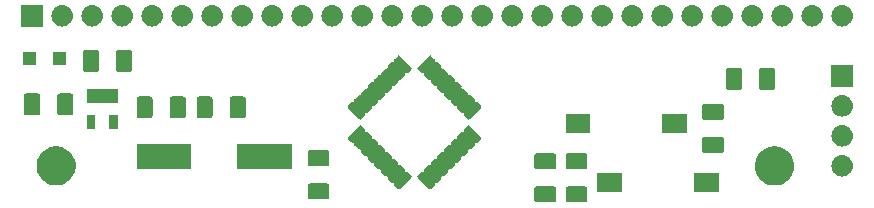
<source format=gts>
G04 #@! TF.GenerationSoftware,KiCad,Pcbnew,5.1.2-f72e74a~84~ubuntu18.04.1*
G04 #@! TF.CreationDate,2019-07-20T11:54:10-04:00*
G04 #@! TF.ProjectId,stm32G0_basic,73746d33-3247-4305-9f62-617369632e6b,rev?*
G04 #@! TF.SameCoordinates,Original*
G04 #@! TF.FileFunction,Soldermask,Top*
G04 #@! TF.FilePolarity,Negative*
%FSLAX46Y46*%
G04 Gerber Fmt 4.6, Leading zero omitted, Abs format (unit mm)*
G04 Created by KiCad (PCBNEW 5.1.2-f72e74a~84~ubuntu18.04.1) date 2019-07-20 11:54:10*
%MOMM*%
%LPD*%
G04 APERTURE LIST*
%ADD10C,0.100000*%
G04 APERTURE END LIST*
D10*
G36*
X148469604Y-116047347D02*
G01*
X148506144Y-116058432D01*
X148539821Y-116076433D01*
X148569341Y-116100659D01*
X148593567Y-116130179D01*
X148611568Y-116163856D01*
X148622653Y-116200396D01*
X148627000Y-116244538D01*
X148627000Y-117193462D01*
X148622653Y-117237604D01*
X148611568Y-117274144D01*
X148593567Y-117307821D01*
X148569341Y-117337341D01*
X148539821Y-117361567D01*
X148506144Y-117379568D01*
X148469604Y-117390653D01*
X148425462Y-117395000D01*
X146976538Y-117395000D01*
X146932396Y-117390653D01*
X146895856Y-117379568D01*
X146862179Y-117361567D01*
X146832659Y-117337341D01*
X146808433Y-117307821D01*
X146790432Y-117274144D01*
X146779347Y-117237604D01*
X146775000Y-117193462D01*
X146775000Y-116244538D01*
X146779347Y-116200396D01*
X146790432Y-116163856D01*
X146808433Y-116130179D01*
X146832659Y-116100659D01*
X146862179Y-116076433D01*
X146895856Y-116058432D01*
X146932396Y-116047347D01*
X146976538Y-116043000D01*
X148425462Y-116043000D01*
X148469604Y-116047347D01*
X148469604Y-116047347D01*
G37*
G36*
X145802604Y-116044347D02*
G01*
X145839144Y-116055432D01*
X145872821Y-116073433D01*
X145902341Y-116097659D01*
X145926567Y-116127179D01*
X145944568Y-116160856D01*
X145955653Y-116197396D01*
X145960000Y-116241538D01*
X145960000Y-117190462D01*
X145955653Y-117234604D01*
X145944568Y-117271144D01*
X145926567Y-117304821D01*
X145902341Y-117334341D01*
X145872821Y-117358567D01*
X145839144Y-117376568D01*
X145802604Y-117387653D01*
X145758462Y-117392000D01*
X144309538Y-117392000D01*
X144265396Y-117387653D01*
X144228856Y-117376568D01*
X144195179Y-117358567D01*
X144165659Y-117334341D01*
X144141433Y-117304821D01*
X144123432Y-117271144D01*
X144112347Y-117234604D01*
X144108000Y-117190462D01*
X144108000Y-116241538D01*
X144112347Y-116197396D01*
X144123432Y-116160856D01*
X144141433Y-116127179D01*
X144165659Y-116097659D01*
X144195179Y-116073433D01*
X144228856Y-116055432D01*
X144265396Y-116044347D01*
X144309538Y-116040000D01*
X145758462Y-116040000D01*
X145802604Y-116044347D01*
X145802604Y-116044347D01*
G37*
G36*
X126625604Y-115793347D02*
G01*
X126662144Y-115804432D01*
X126695821Y-115822433D01*
X126725341Y-115846659D01*
X126749567Y-115876179D01*
X126767568Y-115909856D01*
X126778653Y-115946396D01*
X126783000Y-115990538D01*
X126783000Y-116939462D01*
X126778653Y-116983604D01*
X126767568Y-117020144D01*
X126749567Y-117053821D01*
X126725341Y-117083341D01*
X126695821Y-117107567D01*
X126662144Y-117125568D01*
X126625604Y-117136653D01*
X126581462Y-117141000D01*
X125132538Y-117141000D01*
X125088396Y-117136653D01*
X125051856Y-117125568D01*
X125018179Y-117107567D01*
X124988659Y-117083341D01*
X124964433Y-117053821D01*
X124946432Y-117020144D01*
X124935347Y-116983604D01*
X124931000Y-116939462D01*
X124931000Y-115990538D01*
X124935347Y-115946396D01*
X124946432Y-115909856D01*
X124964433Y-115876179D01*
X124988659Y-115846659D01*
X125018179Y-115822433D01*
X125051856Y-115804432D01*
X125088396Y-115793347D01*
X125132538Y-115789000D01*
X126581462Y-115789000D01*
X126625604Y-115793347D01*
X126625604Y-115793347D01*
G37*
G36*
X159746000Y-116498000D02*
G01*
X157644000Y-116498000D01*
X157644000Y-114896000D01*
X159746000Y-114896000D01*
X159746000Y-116498000D01*
X159746000Y-116498000D01*
G37*
G36*
X151546000Y-116498000D02*
G01*
X149444000Y-116498000D01*
X149444000Y-114896000D01*
X151546000Y-114896000D01*
X151546000Y-116498000D01*
X151546000Y-116498000D01*
G37*
G36*
X138580568Y-110848775D02*
G01*
X138596960Y-110853748D01*
X138612072Y-110861825D01*
X138630081Y-110876605D01*
X138669926Y-110916450D01*
X138669937Y-110916459D01*
X139589883Y-111836405D01*
X139589892Y-111836416D01*
X139629737Y-111876261D01*
X139644517Y-111894270D01*
X139652594Y-111909382D01*
X139657567Y-111925774D01*
X139659246Y-111942825D01*
X139657567Y-111959876D01*
X139652594Y-111976268D01*
X139644517Y-111991380D01*
X139629737Y-112009389D01*
X139589892Y-112049234D01*
X139589883Y-112049245D01*
X139377043Y-112262085D01*
X139377032Y-112262094D01*
X139337187Y-112301939D01*
X139319178Y-112316719D01*
X139304066Y-112324796D01*
X139287674Y-112329769D01*
X139270623Y-112331448D01*
X139253575Y-112329769D01*
X139245261Y-112327247D01*
X139221227Y-112322467D01*
X139196723Y-112322467D01*
X139172690Y-112327248D01*
X139150051Y-112336625D01*
X139129677Y-112350239D01*
X139112350Y-112367566D01*
X139098736Y-112387941D01*
X139089359Y-112410579D01*
X139084579Y-112434613D01*
X139084579Y-112459117D01*
X139089360Y-112483150D01*
X139091881Y-112491459D01*
X139093560Y-112508510D01*
X139091881Y-112525561D01*
X139086908Y-112541953D01*
X139078831Y-112557065D01*
X139064051Y-112575074D01*
X139024206Y-112614919D01*
X139024197Y-112614930D01*
X138811357Y-112827770D01*
X138811346Y-112827779D01*
X138771501Y-112867624D01*
X138753492Y-112882404D01*
X138738380Y-112890481D01*
X138721988Y-112895454D01*
X138704937Y-112897133D01*
X138687886Y-112895454D01*
X138679577Y-112892933D01*
X138655544Y-112888152D01*
X138631040Y-112888152D01*
X138607007Y-112892932D01*
X138584368Y-112902309D01*
X138563993Y-112915923D01*
X138546666Y-112933250D01*
X138533052Y-112953624D01*
X138523675Y-112976263D01*
X138518894Y-113000296D01*
X138518894Y-113024800D01*
X138523674Y-113048834D01*
X138526196Y-113057148D01*
X138527875Y-113074196D01*
X138526196Y-113091247D01*
X138521223Y-113107639D01*
X138513146Y-113122751D01*
X138498366Y-113140760D01*
X138458521Y-113180605D01*
X138458512Y-113180616D01*
X138245672Y-113393456D01*
X138245661Y-113393465D01*
X138205816Y-113433310D01*
X138187807Y-113448090D01*
X138172695Y-113456167D01*
X138156303Y-113461140D01*
X138139252Y-113462819D01*
X138122201Y-113461140D01*
X138113892Y-113458619D01*
X138089859Y-113453838D01*
X138065355Y-113453838D01*
X138041322Y-113458618D01*
X138018683Y-113467995D01*
X137998308Y-113481609D01*
X137980981Y-113498936D01*
X137967367Y-113519310D01*
X137957990Y-113541949D01*
X137953209Y-113565982D01*
X137953209Y-113590486D01*
X137957990Y-113614521D01*
X137960511Y-113622830D01*
X137962190Y-113639881D01*
X137960511Y-113656932D01*
X137955538Y-113673324D01*
X137947461Y-113688436D01*
X137932681Y-113706445D01*
X137892836Y-113746290D01*
X137892827Y-113746301D01*
X137679987Y-113959141D01*
X137679976Y-113959150D01*
X137640131Y-113998995D01*
X137622122Y-114013775D01*
X137607010Y-114021852D01*
X137590618Y-114026825D01*
X137573567Y-114028504D01*
X137556519Y-114026825D01*
X137548205Y-114024303D01*
X137524171Y-114019523D01*
X137499667Y-114019523D01*
X137475634Y-114024304D01*
X137452995Y-114033681D01*
X137432621Y-114047295D01*
X137415294Y-114064622D01*
X137401680Y-114084997D01*
X137392303Y-114107635D01*
X137387523Y-114131669D01*
X137387523Y-114156173D01*
X137392303Y-114180205D01*
X137394825Y-114188519D01*
X137396504Y-114205567D01*
X137394825Y-114222618D01*
X137389852Y-114239010D01*
X137381775Y-114254122D01*
X137366995Y-114272131D01*
X137327150Y-114311976D01*
X137327141Y-114311987D01*
X137114301Y-114524827D01*
X137114290Y-114524836D01*
X137074445Y-114564681D01*
X137056436Y-114579461D01*
X137041324Y-114587538D01*
X137024932Y-114592511D01*
X137007881Y-114594190D01*
X136990830Y-114592511D01*
X136982521Y-114589990D01*
X136958488Y-114585209D01*
X136933984Y-114585209D01*
X136909951Y-114589989D01*
X136887312Y-114599366D01*
X136866937Y-114612980D01*
X136849610Y-114630307D01*
X136835996Y-114650681D01*
X136826619Y-114673320D01*
X136821838Y-114697353D01*
X136821838Y-114721857D01*
X136826619Y-114745892D01*
X136829140Y-114754201D01*
X136830819Y-114771252D01*
X136829140Y-114788303D01*
X136824167Y-114804695D01*
X136816090Y-114819807D01*
X136801310Y-114837816D01*
X136761465Y-114877661D01*
X136761456Y-114877672D01*
X136548616Y-115090512D01*
X136548605Y-115090521D01*
X136508760Y-115130366D01*
X136490751Y-115145146D01*
X136475639Y-115153223D01*
X136459247Y-115158196D01*
X136442196Y-115159875D01*
X136425148Y-115158196D01*
X136416834Y-115155674D01*
X136392800Y-115150894D01*
X136368296Y-115150894D01*
X136344263Y-115155675D01*
X136321624Y-115165052D01*
X136301250Y-115178666D01*
X136283923Y-115195993D01*
X136270309Y-115216368D01*
X136260932Y-115239006D01*
X136256152Y-115263040D01*
X136256152Y-115287544D01*
X136260933Y-115311577D01*
X136263454Y-115319886D01*
X136265133Y-115336937D01*
X136263454Y-115353988D01*
X136258481Y-115370380D01*
X136250404Y-115385492D01*
X136235624Y-115403501D01*
X136195779Y-115443346D01*
X136195770Y-115443357D01*
X135982930Y-115656197D01*
X135982919Y-115656206D01*
X135943074Y-115696051D01*
X135925065Y-115710831D01*
X135909953Y-115718908D01*
X135893561Y-115723881D01*
X135876510Y-115725560D01*
X135859459Y-115723881D01*
X135851150Y-115721360D01*
X135827117Y-115716579D01*
X135802613Y-115716579D01*
X135778580Y-115721359D01*
X135755941Y-115730736D01*
X135735566Y-115744350D01*
X135718239Y-115761677D01*
X135704625Y-115782051D01*
X135695248Y-115804690D01*
X135690467Y-115828723D01*
X135690467Y-115853227D01*
X135695247Y-115877261D01*
X135697769Y-115885575D01*
X135699448Y-115902623D01*
X135697769Y-115919674D01*
X135692796Y-115936066D01*
X135684719Y-115951178D01*
X135669939Y-115969187D01*
X135630094Y-116009032D01*
X135630085Y-116009043D01*
X135417245Y-116221883D01*
X135417234Y-116221892D01*
X135377389Y-116261737D01*
X135359380Y-116276517D01*
X135344268Y-116284594D01*
X135327876Y-116289567D01*
X135310825Y-116291246D01*
X135293774Y-116289567D01*
X135277382Y-116284594D01*
X135262270Y-116276517D01*
X135244261Y-116261737D01*
X135204416Y-116221892D01*
X135204405Y-116221883D01*
X134284459Y-115301937D01*
X134284450Y-115301926D01*
X134244605Y-115262081D01*
X134229825Y-115244072D01*
X134221748Y-115228960D01*
X134216775Y-115212568D01*
X134215096Y-115195517D01*
X134216775Y-115178466D01*
X134221748Y-115162074D01*
X134229825Y-115146962D01*
X134244605Y-115128953D01*
X134284450Y-115089108D01*
X134284459Y-115089097D01*
X134497299Y-114876257D01*
X134497310Y-114876248D01*
X134537155Y-114836403D01*
X134555164Y-114821623D01*
X134570276Y-114813546D01*
X134586668Y-114808573D01*
X134603719Y-114806894D01*
X134620770Y-114808573D01*
X134629079Y-114811094D01*
X134653112Y-114815875D01*
X134677616Y-114815875D01*
X134701649Y-114811095D01*
X134724288Y-114801718D01*
X134744663Y-114788104D01*
X134761990Y-114770777D01*
X134775604Y-114750403D01*
X134784981Y-114727764D01*
X134789762Y-114703731D01*
X134789762Y-114679227D01*
X134784982Y-114655193D01*
X134782460Y-114646879D01*
X134780781Y-114629831D01*
X134782460Y-114612780D01*
X134787433Y-114596388D01*
X134795510Y-114581276D01*
X134810290Y-114563267D01*
X134850135Y-114523422D01*
X134850144Y-114523411D01*
X135062984Y-114310571D01*
X135062995Y-114310562D01*
X135102840Y-114270717D01*
X135120849Y-114255937D01*
X135135961Y-114247860D01*
X135152353Y-114242887D01*
X135169404Y-114241208D01*
X135186452Y-114242887D01*
X135194766Y-114245409D01*
X135218800Y-114250189D01*
X135243304Y-114250189D01*
X135267337Y-114245408D01*
X135289976Y-114236031D01*
X135310350Y-114222417D01*
X135327677Y-114205090D01*
X135341291Y-114184715D01*
X135350668Y-114162077D01*
X135355448Y-114138043D01*
X135355448Y-114113539D01*
X135350667Y-114089506D01*
X135348146Y-114081197D01*
X135346467Y-114064146D01*
X135348146Y-114047095D01*
X135353119Y-114030703D01*
X135361196Y-114015591D01*
X135375976Y-113997582D01*
X135415821Y-113957737D01*
X135415830Y-113957726D01*
X135628670Y-113744886D01*
X135628681Y-113744877D01*
X135668526Y-113705032D01*
X135686535Y-113690252D01*
X135701647Y-113682175D01*
X135718039Y-113677202D01*
X135735090Y-113675523D01*
X135752141Y-113677202D01*
X135760450Y-113679723D01*
X135784483Y-113684504D01*
X135808987Y-113684504D01*
X135833020Y-113679724D01*
X135855659Y-113670347D01*
X135876034Y-113656733D01*
X135893361Y-113639406D01*
X135906975Y-113619032D01*
X135916352Y-113596393D01*
X135921133Y-113572360D01*
X135921133Y-113547856D01*
X135916352Y-113523821D01*
X135913831Y-113515512D01*
X135912152Y-113498461D01*
X135913831Y-113481410D01*
X135918804Y-113465018D01*
X135926881Y-113449906D01*
X135941661Y-113431897D01*
X135981506Y-113392052D01*
X135981515Y-113392041D01*
X136194355Y-113179201D01*
X136194366Y-113179192D01*
X136234211Y-113139347D01*
X136252220Y-113124567D01*
X136267332Y-113116490D01*
X136283724Y-113111517D01*
X136300775Y-113109838D01*
X136317823Y-113111517D01*
X136326137Y-113114039D01*
X136350171Y-113118819D01*
X136374675Y-113118819D01*
X136398708Y-113114038D01*
X136421347Y-113104661D01*
X136441721Y-113091047D01*
X136459048Y-113073720D01*
X136472662Y-113053345D01*
X136482039Y-113030707D01*
X136486819Y-113006673D01*
X136486819Y-112982169D01*
X136482039Y-112958137D01*
X136479517Y-112949823D01*
X136477838Y-112932775D01*
X136479517Y-112915724D01*
X136484490Y-112899332D01*
X136492567Y-112884220D01*
X136507347Y-112866211D01*
X136547192Y-112826366D01*
X136547201Y-112826355D01*
X136760041Y-112613515D01*
X136760052Y-112613506D01*
X136799897Y-112573661D01*
X136817906Y-112558881D01*
X136833018Y-112550804D01*
X136849410Y-112545831D01*
X136866461Y-112544152D01*
X136883512Y-112545831D01*
X136891821Y-112548352D01*
X136915854Y-112553133D01*
X136940358Y-112553133D01*
X136964391Y-112548353D01*
X136987030Y-112538976D01*
X137007405Y-112525362D01*
X137024732Y-112508035D01*
X137038346Y-112487661D01*
X137047723Y-112465022D01*
X137052504Y-112440989D01*
X137052504Y-112416485D01*
X137047723Y-112392450D01*
X137045202Y-112384141D01*
X137043523Y-112367090D01*
X137045202Y-112350039D01*
X137050175Y-112333647D01*
X137058252Y-112318535D01*
X137073032Y-112300526D01*
X137112877Y-112260681D01*
X137112886Y-112260670D01*
X137325726Y-112047830D01*
X137325737Y-112047821D01*
X137365582Y-112007976D01*
X137383591Y-111993196D01*
X137398703Y-111985119D01*
X137415095Y-111980146D01*
X137432146Y-111978467D01*
X137449197Y-111980146D01*
X137457506Y-111982667D01*
X137481539Y-111987448D01*
X137506043Y-111987448D01*
X137530076Y-111982668D01*
X137552715Y-111973291D01*
X137573090Y-111959677D01*
X137590417Y-111942350D01*
X137604031Y-111921976D01*
X137613408Y-111899337D01*
X137618189Y-111875304D01*
X137618189Y-111850800D01*
X137613409Y-111826766D01*
X137610887Y-111818452D01*
X137609208Y-111801404D01*
X137610887Y-111784353D01*
X137615860Y-111767961D01*
X137623937Y-111752849D01*
X137638717Y-111734840D01*
X137678562Y-111694995D01*
X137678571Y-111694984D01*
X137891411Y-111482144D01*
X137891422Y-111482135D01*
X137931267Y-111442290D01*
X137949276Y-111427510D01*
X137964388Y-111419433D01*
X137980780Y-111414460D01*
X137997831Y-111412781D01*
X138014879Y-111414460D01*
X138023193Y-111416982D01*
X138047227Y-111421762D01*
X138071731Y-111421762D01*
X138095764Y-111416981D01*
X138118403Y-111407604D01*
X138138777Y-111393990D01*
X138156104Y-111376663D01*
X138169718Y-111356288D01*
X138179095Y-111333650D01*
X138183875Y-111309616D01*
X138183875Y-111285112D01*
X138179094Y-111261079D01*
X138176573Y-111252770D01*
X138174894Y-111235719D01*
X138176573Y-111218668D01*
X138181546Y-111202276D01*
X138189623Y-111187164D01*
X138204403Y-111169155D01*
X138244248Y-111129310D01*
X138244257Y-111129299D01*
X138457097Y-110916459D01*
X138457108Y-110916450D01*
X138496953Y-110876605D01*
X138514962Y-110861825D01*
X138530074Y-110853748D01*
X138546466Y-110848775D01*
X138563517Y-110847096D01*
X138580568Y-110848775D01*
X138580568Y-110848775D01*
G37*
G36*
X129423534Y-110848775D02*
G01*
X129439926Y-110853748D01*
X129455038Y-110861825D01*
X129473047Y-110876605D01*
X129512892Y-110916450D01*
X129512903Y-110916459D01*
X129725743Y-111129299D01*
X129725752Y-111129310D01*
X129765597Y-111169155D01*
X129780377Y-111187164D01*
X129788454Y-111202276D01*
X129793427Y-111218668D01*
X129795106Y-111235719D01*
X129793427Y-111252770D01*
X129790906Y-111261079D01*
X129786125Y-111285112D01*
X129786125Y-111309616D01*
X129790905Y-111333649D01*
X129800282Y-111356288D01*
X129813896Y-111376663D01*
X129831223Y-111393990D01*
X129851597Y-111407604D01*
X129874236Y-111416981D01*
X129898269Y-111421762D01*
X129922773Y-111421762D01*
X129946807Y-111416982D01*
X129955121Y-111414460D01*
X129972169Y-111412781D01*
X129989220Y-111414460D01*
X130005612Y-111419433D01*
X130020724Y-111427510D01*
X130038733Y-111442290D01*
X130078578Y-111482135D01*
X130078589Y-111482144D01*
X130291429Y-111694984D01*
X130291438Y-111694995D01*
X130331283Y-111734840D01*
X130346063Y-111752849D01*
X130354140Y-111767961D01*
X130359113Y-111784353D01*
X130360792Y-111801404D01*
X130359113Y-111818452D01*
X130356591Y-111826766D01*
X130351811Y-111850800D01*
X130351811Y-111875304D01*
X130356592Y-111899337D01*
X130365969Y-111921976D01*
X130379583Y-111942350D01*
X130396910Y-111959677D01*
X130417285Y-111973291D01*
X130439923Y-111982668D01*
X130463957Y-111987448D01*
X130488461Y-111987448D01*
X130512494Y-111982667D01*
X130520803Y-111980146D01*
X130537854Y-111978467D01*
X130554905Y-111980146D01*
X130571297Y-111985119D01*
X130586409Y-111993196D01*
X130604418Y-112007976D01*
X130644263Y-112047821D01*
X130644274Y-112047830D01*
X130857114Y-112260670D01*
X130857123Y-112260681D01*
X130896968Y-112300526D01*
X130911748Y-112318535D01*
X130919825Y-112333647D01*
X130924798Y-112350039D01*
X130926477Y-112367090D01*
X130924798Y-112384141D01*
X130922277Y-112392450D01*
X130917496Y-112416483D01*
X130917496Y-112440987D01*
X130922276Y-112465020D01*
X130931653Y-112487659D01*
X130945267Y-112508034D01*
X130962594Y-112525361D01*
X130982968Y-112538975D01*
X131005607Y-112548352D01*
X131029640Y-112553133D01*
X131054144Y-112553133D01*
X131078179Y-112548352D01*
X131086488Y-112545831D01*
X131103539Y-112544152D01*
X131120590Y-112545831D01*
X131136982Y-112550804D01*
X131152094Y-112558881D01*
X131170103Y-112573661D01*
X131209948Y-112613506D01*
X131209959Y-112613515D01*
X131422799Y-112826355D01*
X131422808Y-112826366D01*
X131462653Y-112866211D01*
X131477433Y-112884220D01*
X131485510Y-112899332D01*
X131490483Y-112915724D01*
X131492162Y-112932775D01*
X131490483Y-112949823D01*
X131487961Y-112958137D01*
X131483181Y-112982171D01*
X131483181Y-113006675D01*
X131487962Y-113030708D01*
X131497339Y-113053347D01*
X131510953Y-113073721D01*
X131528280Y-113091048D01*
X131548655Y-113104662D01*
X131571293Y-113114039D01*
X131595327Y-113118819D01*
X131619831Y-113118819D01*
X131643863Y-113114039D01*
X131652177Y-113111517D01*
X131669225Y-113109838D01*
X131686276Y-113111517D01*
X131702668Y-113116490D01*
X131717780Y-113124567D01*
X131735789Y-113139347D01*
X131775634Y-113179192D01*
X131775645Y-113179201D01*
X131988485Y-113392041D01*
X131988494Y-113392052D01*
X132028339Y-113431897D01*
X132043119Y-113449906D01*
X132051196Y-113465018D01*
X132056169Y-113481410D01*
X132057848Y-113498461D01*
X132056169Y-113515512D01*
X132053648Y-113523821D01*
X132048867Y-113547854D01*
X132048867Y-113572358D01*
X132053647Y-113596391D01*
X132063024Y-113619030D01*
X132076638Y-113639405D01*
X132093965Y-113656732D01*
X132114339Y-113670346D01*
X132136978Y-113679723D01*
X132161011Y-113684504D01*
X132185515Y-113684504D01*
X132209550Y-113679723D01*
X132217859Y-113677202D01*
X132234910Y-113675523D01*
X132251961Y-113677202D01*
X132268353Y-113682175D01*
X132283465Y-113690252D01*
X132301474Y-113705032D01*
X132341319Y-113744877D01*
X132341330Y-113744886D01*
X132554170Y-113957726D01*
X132554179Y-113957737D01*
X132594024Y-113997582D01*
X132608804Y-114015591D01*
X132616881Y-114030703D01*
X132621854Y-114047095D01*
X132623533Y-114064146D01*
X132621854Y-114081197D01*
X132619333Y-114089506D01*
X132614552Y-114113539D01*
X132614552Y-114138043D01*
X132619332Y-114162076D01*
X132628709Y-114184715D01*
X132642323Y-114205090D01*
X132659650Y-114222417D01*
X132680024Y-114236031D01*
X132702663Y-114245408D01*
X132726696Y-114250189D01*
X132751200Y-114250189D01*
X132775234Y-114245409D01*
X132783548Y-114242887D01*
X132800596Y-114241208D01*
X132817647Y-114242887D01*
X132834039Y-114247860D01*
X132849151Y-114255937D01*
X132867160Y-114270717D01*
X132907005Y-114310562D01*
X132907016Y-114310571D01*
X133119856Y-114523411D01*
X133119865Y-114523422D01*
X133159710Y-114563267D01*
X133174490Y-114581276D01*
X133182567Y-114596388D01*
X133187540Y-114612780D01*
X133189219Y-114629831D01*
X133187540Y-114646879D01*
X133185018Y-114655193D01*
X133180238Y-114679227D01*
X133180238Y-114703731D01*
X133185019Y-114727764D01*
X133194396Y-114750403D01*
X133208010Y-114770777D01*
X133225337Y-114788104D01*
X133245712Y-114801718D01*
X133268350Y-114811095D01*
X133292384Y-114815875D01*
X133316888Y-114815875D01*
X133340921Y-114811094D01*
X133349230Y-114808573D01*
X133366281Y-114806894D01*
X133383332Y-114808573D01*
X133399724Y-114813546D01*
X133414836Y-114821623D01*
X133432845Y-114836403D01*
X133472690Y-114876248D01*
X133472701Y-114876257D01*
X133685541Y-115089097D01*
X133685550Y-115089108D01*
X133725395Y-115128953D01*
X133740175Y-115146962D01*
X133748252Y-115162074D01*
X133753225Y-115178466D01*
X133754904Y-115195517D01*
X133753225Y-115212568D01*
X133748252Y-115228960D01*
X133740175Y-115244072D01*
X133725395Y-115262081D01*
X133685550Y-115301926D01*
X133685541Y-115301937D01*
X132765595Y-116221883D01*
X132765584Y-116221892D01*
X132725739Y-116261737D01*
X132707730Y-116276517D01*
X132692618Y-116284594D01*
X132676226Y-116289567D01*
X132659175Y-116291246D01*
X132642124Y-116289567D01*
X132625732Y-116284594D01*
X132610620Y-116276517D01*
X132592611Y-116261737D01*
X132552766Y-116221892D01*
X132552755Y-116221883D01*
X132339915Y-116009043D01*
X132339906Y-116009032D01*
X132300061Y-115969187D01*
X132285281Y-115951178D01*
X132277204Y-115936066D01*
X132272231Y-115919674D01*
X132270552Y-115902623D01*
X132272231Y-115885575D01*
X132274753Y-115877261D01*
X132279533Y-115853227D01*
X132279533Y-115828723D01*
X132274752Y-115804690D01*
X132265375Y-115782051D01*
X132251761Y-115761677D01*
X132234434Y-115744350D01*
X132214059Y-115730736D01*
X132191421Y-115721359D01*
X132167387Y-115716579D01*
X132142883Y-115716579D01*
X132118850Y-115721360D01*
X132110541Y-115723881D01*
X132093490Y-115725560D01*
X132076439Y-115723881D01*
X132060047Y-115718908D01*
X132044935Y-115710831D01*
X132026926Y-115696051D01*
X131987081Y-115656206D01*
X131987070Y-115656197D01*
X131774230Y-115443357D01*
X131774221Y-115443346D01*
X131734376Y-115403501D01*
X131719596Y-115385492D01*
X131711519Y-115370380D01*
X131706546Y-115353988D01*
X131704867Y-115336937D01*
X131706546Y-115319886D01*
X131709067Y-115311577D01*
X131713848Y-115287544D01*
X131713848Y-115263040D01*
X131709068Y-115239007D01*
X131699691Y-115216368D01*
X131686077Y-115195993D01*
X131668750Y-115178666D01*
X131648376Y-115165052D01*
X131625737Y-115155675D01*
X131601704Y-115150894D01*
X131577200Y-115150894D01*
X131553166Y-115155674D01*
X131544852Y-115158196D01*
X131527804Y-115159875D01*
X131510753Y-115158196D01*
X131494361Y-115153223D01*
X131479249Y-115145146D01*
X131461240Y-115130366D01*
X131421395Y-115090521D01*
X131421384Y-115090512D01*
X131208544Y-114877672D01*
X131208535Y-114877661D01*
X131168690Y-114837816D01*
X131153910Y-114819807D01*
X131145833Y-114804695D01*
X131140860Y-114788303D01*
X131139181Y-114771252D01*
X131140860Y-114754201D01*
X131143381Y-114745892D01*
X131148162Y-114721859D01*
X131148162Y-114697355D01*
X131143382Y-114673322D01*
X131134005Y-114650683D01*
X131120391Y-114630308D01*
X131103064Y-114612981D01*
X131082690Y-114599367D01*
X131060051Y-114589990D01*
X131036018Y-114585209D01*
X131011514Y-114585209D01*
X130987479Y-114589990D01*
X130979170Y-114592511D01*
X130962119Y-114594190D01*
X130945068Y-114592511D01*
X130928676Y-114587538D01*
X130913564Y-114579461D01*
X130895555Y-114564681D01*
X130855710Y-114524836D01*
X130855699Y-114524827D01*
X130642859Y-114311987D01*
X130642850Y-114311976D01*
X130603005Y-114272131D01*
X130588225Y-114254122D01*
X130580148Y-114239010D01*
X130575175Y-114222618D01*
X130573496Y-114205567D01*
X130575175Y-114188519D01*
X130577697Y-114180205D01*
X130582477Y-114156171D01*
X130582477Y-114131667D01*
X130577696Y-114107634D01*
X130568319Y-114084995D01*
X130554705Y-114064621D01*
X130537378Y-114047294D01*
X130517003Y-114033680D01*
X130494365Y-114024303D01*
X130470331Y-114019523D01*
X130445827Y-114019523D01*
X130421795Y-114024303D01*
X130413481Y-114026825D01*
X130396433Y-114028504D01*
X130379382Y-114026825D01*
X130362990Y-114021852D01*
X130347878Y-114013775D01*
X130329869Y-113998995D01*
X130290024Y-113959150D01*
X130290013Y-113959141D01*
X130077173Y-113746301D01*
X130077164Y-113746290D01*
X130037319Y-113706445D01*
X130022539Y-113688436D01*
X130014462Y-113673324D01*
X130009489Y-113656932D01*
X130007810Y-113639881D01*
X130009489Y-113622830D01*
X130012010Y-113614521D01*
X130016791Y-113590488D01*
X130016791Y-113565984D01*
X130012011Y-113541951D01*
X130002634Y-113519312D01*
X129989020Y-113498937D01*
X129971693Y-113481610D01*
X129951319Y-113467996D01*
X129928680Y-113458619D01*
X129904647Y-113453838D01*
X129880143Y-113453838D01*
X129856108Y-113458619D01*
X129847799Y-113461140D01*
X129830748Y-113462819D01*
X129813697Y-113461140D01*
X129797305Y-113456167D01*
X129782193Y-113448090D01*
X129764184Y-113433310D01*
X129724339Y-113393465D01*
X129724328Y-113393456D01*
X129511488Y-113180616D01*
X129511479Y-113180605D01*
X129471634Y-113140760D01*
X129456854Y-113122751D01*
X129448777Y-113107639D01*
X129443804Y-113091247D01*
X129442125Y-113074196D01*
X129443804Y-113057148D01*
X129446326Y-113048834D01*
X129451106Y-113024800D01*
X129451106Y-113000296D01*
X129446325Y-112976263D01*
X129436948Y-112953624D01*
X129423334Y-112933250D01*
X129406007Y-112915923D01*
X129385632Y-112902309D01*
X129362994Y-112892932D01*
X129338960Y-112888152D01*
X129314456Y-112888152D01*
X129290423Y-112892933D01*
X129282114Y-112895454D01*
X129265063Y-112897133D01*
X129248012Y-112895454D01*
X129231620Y-112890481D01*
X129216508Y-112882404D01*
X129198499Y-112867624D01*
X129158654Y-112827779D01*
X129158643Y-112827770D01*
X128945803Y-112614930D01*
X128945794Y-112614919D01*
X128905949Y-112575074D01*
X128891169Y-112557065D01*
X128883092Y-112541953D01*
X128878119Y-112525561D01*
X128876440Y-112508510D01*
X128878119Y-112491459D01*
X128880640Y-112483150D01*
X128885421Y-112459117D01*
X128885421Y-112434613D01*
X128880641Y-112410580D01*
X128871264Y-112387941D01*
X128857650Y-112367566D01*
X128840323Y-112350239D01*
X128819949Y-112336625D01*
X128797310Y-112327248D01*
X128773277Y-112322467D01*
X128748773Y-112322467D01*
X128724739Y-112327247D01*
X128716425Y-112329769D01*
X128699377Y-112331448D01*
X128682326Y-112329769D01*
X128665934Y-112324796D01*
X128650822Y-112316719D01*
X128632813Y-112301939D01*
X128592968Y-112262094D01*
X128592957Y-112262085D01*
X128380117Y-112049245D01*
X128380108Y-112049234D01*
X128340263Y-112009389D01*
X128325483Y-111991380D01*
X128317406Y-111976268D01*
X128312433Y-111959876D01*
X128310754Y-111942825D01*
X128312433Y-111925774D01*
X128317406Y-111909382D01*
X128325483Y-111894270D01*
X128340263Y-111876261D01*
X128380108Y-111836416D01*
X128380117Y-111836405D01*
X129300063Y-110916459D01*
X129300074Y-110916450D01*
X129339919Y-110876605D01*
X129357928Y-110861825D01*
X129373040Y-110853748D01*
X129389432Y-110848775D01*
X129406483Y-110847096D01*
X129423534Y-110848775D01*
X129423534Y-110848775D01*
G37*
G36*
X164840256Y-112691298D02*
G01*
X164946579Y-112712447D01*
X165247042Y-112836903D01*
X165517451Y-113017585D01*
X165747415Y-113247549D01*
X165928097Y-113517958D01*
X165928098Y-113517960D01*
X165938035Y-113541951D01*
X166043685Y-113797011D01*
X166052553Y-113818422D01*
X166116000Y-114137389D01*
X166116000Y-114462611D01*
X166078590Y-114650681D01*
X166052553Y-114781579D01*
X165928097Y-115082042D01*
X165747415Y-115352451D01*
X165517451Y-115582415D01*
X165247042Y-115763097D01*
X165247041Y-115763098D01*
X165247040Y-115763098D01*
X165167117Y-115796203D01*
X164946579Y-115887553D01*
X164870817Y-115902623D01*
X164627611Y-115951000D01*
X164302389Y-115951000D01*
X164059183Y-115902623D01*
X163983421Y-115887553D01*
X163762883Y-115796203D01*
X163682960Y-115763098D01*
X163682959Y-115763098D01*
X163682958Y-115763097D01*
X163412549Y-115582415D01*
X163182585Y-115352451D01*
X163001903Y-115082042D01*
X162877447Y-114781579D01*
X162851410Y-114650681D01*
X162814000Y-114462611D01*
X162814000Y-114137389D01*
X162877447Y-113818422D01*
X162886316Y-113797011D01*
X162991965Y-113541951D01*
X163001902Y-113517960D01*
X163001903Y-113517958D01*
X163182585Y-113247549D01*
X163412549Y-113017585D01*
X163682958Y-112836903D01*
X163983421Y-112712447D01*
X164089744Y-112691298D01*
X164302389Y-112649000D01*
X164627611Y-112649000D01*
X164840256Y-112691298D01*
X164840256Y-112691298D01*
G37*
G36*
X104007256Y-112691298D02*
G01*
X104113579Y-112712447D01*
X104414042Y-112836903D01*
X104684451Y-113017585D01*
X104914415Y-113247549D01*
X105095097Y-113517958D01*
X105095098Y-113517960D01*
X105105035Y-113541951D01*
X105210685Y-113797011D01*
X105219553Y-113818422D01*
X105283000Y-114137389D01*
X105283000Y-114462611D01*
X105245590Y-114650681D01*
X105219553Y-114781579D01*
X105095097Y-115082042D01*
X104914415Y-115352451D01*
X104684451Y-115582415D01*
X104414042Y-115763097D01*
X104414041Y-115763098D01*
X104414040Y-115763098D01*
X104334117Y-115796203D01*
X104113579Y-115887553D01*
X104037817Y-115902623D01*
X103794611Y-115951000D01*
X103469389Y-115951000D01*
X103226183Y-115902623D01*
X103150421Y-115887553D01*
X102929883Y-115796203D01*
X102849960Y-115763098D01*
X102849959Y-115763098D01*
X102849958Y-115763097D01*
X102579549Y-115582415D01*
X102349585Y-115352451D01*
X102168903Y-115082042D01*
X102044447Y-114781579D01*
X102018410Y-114650681D01*
X101981000Y-114462611D01*
X101981000Y-114137389D01*
X102044447Y-113818422D01*
X102053316Y-113797011D01*
X102158965Y-113541951D01*
X102168902Y-113517960D01*
X102168903Y-113517958D01*
X102349585Y-113247549D01*
X102579549Y-113017585D01*
X102849958Y-112836903D01*
X103150421Y-112712447D01*
X103256744Y-112691298D01*
X103469389Y-112649000D01*
X103794611Y-112649000D01*
X104007256Y-112691298D01*
X104007256Y-112691298D01*
G37*
G36*
X170290443Y-113405519D02*
G01*
X170356627Y-113412037D01*
X170526466Y-113463557D01*
X170682991Y-113547222D01*
X170718729Y-113576552D01*
X170820186Y-113659814D01*
X170891163Y-113746301D01*
X170932778Y-113797009D01*
X171016443Y-113953534D01*
X171067963Y-114123373D01*
X171085359Y-114300000D01*
X171067963Y-114476627D01*
X171016443Y-114646466D01*
X170932778Y-114802991D01*
X170922204Y-114815875D01*
X170820186Y-114940186D01*
X170718729Y-115023448D01*
X170682991Y-115052778D01*
X170682989Y-115052779D01*
X170535340Y-115131700D01*
X170526466Y-115136443D01*
X170356627Y-115187963D01*
X170290442Y-115194482D01*
X170224260Y-115201000D01*
X170135740Y-115201000D01*
X170069558Y-115194482D01*
X170003373Y-115187963D01*
X169833534Y-115136443D01*
X169824661Y-115131700D01*
X169677011Y-115052779D01*
X169677009Y-115052778D01*
X169641271Y-115023448D01*
X169539814Y-114940186D01*
X169437796Y-114815875D01*
X169427222Y-114802991D01*
X169343557Y-114646466D01*
X169292037Y-114476627D01*
X169274641Y-114300000D01*
X169292037Y-114123373D01*
X169343557Y-113953534D01*
X169427222Y-113797009D01*
X169468837Y-113746301D01*
X169539814Y-113659814D01*
X169641271Y-113576552D01*
X169677009Y-113547222D01*
X169833534Y-113463557D01*
X170003373Y-113412037D01*
X170069557Y-113405519D01*
X170135740Y-113399000D01*
X170224260Y-113399000D01*
X170290443Y-113405519D01*
X170290443Y-113405519D01*
G37*
G36*
X148469604Y-113247347D02*
G01*
X148506144Y-113258432D01*
X148539821Y-113276433D01*
X148569341Y-113300659D01*
X148593567Y-113330179D01*
X148611568Y-113363856D01*
X148622653Y-113400396D01*
X148627000Y-113444538D01*
X148627000Y-114393462D01*
X148622653Y-114437604D01*
X148611568Y-114474144D01*
X148593567Y-114507821D01*
X148569341Y-114537341D01*
X148539821Y-114561567D01*
X148506144Y-114579568D01*
X148469604Y-114590653D01*
X148425462Y-114595000D01*
X146976538Y-114595000D01*
X146932396Y-114590653D01*
X146895856Y-114579568D01*
X146862179Y-114561567D01*
X146832659Y-114537341D01*
X146808433Y-114507821D01*
X146790432Y-114474144D01*
X146779347Y-114437604D01*
X146775000Y-114393462D01*
X146775000Y-113444538D01*
X146779347Y-113400396D01*
X146790432Y-113363856D01*
X146808433Y-113330179D01*
X146832659Y-113300659D01*
X146862179Y-113276433D01*
X146895856Y-113258432D01*
X146932396Y-113247347D01*
X146976538Y-113243000D01*
X148425462Y-113243000D01*
X148469604Y-113247347D01*
X148469604Y-113247347D01*
G37*
G36*
X145802604Y-113244347D02*
G01*
X145839144Y-113255432D01*
X145872821Y-113273433D01*
X145902341Y-113297659D01*
X145926567Y-113327179D01*
X145944568Y-113360856D01*
X145955653Y-113397396D01*
X145960000Y-113441538D01*
X145960000Y-114390462D01*
X145955653Y-114434604D01*
X145944568Y-114471144D01*
X145926567Y-114504821D01*
X145902341Y-114534341D01*
X145872821Y-114558567D01*
X145839144Y-114576568D01*
X145802604Y-114587653D01*
X145758462Y-114592000D01*
X144309538Y-114592000D01*
X144265396Y-114587653D01*
X144228856Y-114576568D01*
X144195179Y-114558567D01*
X144165659Y-114534341D01*
X144141433Y-114504821D01*
X144123432Y-114471144D01*
X144112347Y-114434604D01*
X144108000Y-114390462D01*
X144108000Y-113441538D01*
X144112347Y-113397396D01*
X144123432Y-113360856D01*
X144141433Y-113327179D01*
X144165659Y-113297659D01*
X144195179Y-113273433D01*
X144228856Y-113255432D01*
X144265396Y-113244347D01*
X144309538Y-113240000D01*
X145758462Y-113240000D01*
X145802604Y-113244347D01*
X145802604Y-113244347D01*
G37*
G36*
X123586000Y-114589000D02*
G01*
X118984000Y-114589000D01*
X118984000Y-112487000D01*
X123586000Y-112487000D01*
X123586000Y-114589000D01*
X123586000Y-114589000D01*
G37*
G36*
X115086000Y-114589000D02*
G01*
X110484000Y-114589000D01*
X110484000Y-112487000D01*
X115086000Y-112487000D01*
X115086000Y-114589000D01*
X115086000Y-114589000D01*
G37*
G36*
X126625604Y-112993347D02*
G01*
X126662144Y-113004432D01*
X126695821Y-113022433D01*
X126725341Y-113046659D01*
X126749567Y-113076179D01*
X126767568Y-113109856D01*
X126778653Y-113146396D01*
X126783000Y-113190538D01*
X126783000Y-114139462D01*
X126778653Y-114183604D01*
X126767568Y-114220144D01*
X126749567Y-114253821D01*
X126725341Y-114283341D01*
X126695821Y-114307567D01*
X126662144Y-114325568D01*
X126625604Y-114336653D01*
X126581462Y-114341000D01*
X125132538Y-114341000D01*
X125088396Y-114336653D01*
X125051856Y-114325568D01*
X125018179Y-114307567D01*
X124988659Y-114283341D01*
X124964433Y-114253821D01*
X124946432Y-114220144D01*
X124935347Y-114183604D01*
X124931000Y-114139462D01*
X124931000Y-113190538D01*
X124935347Y-113146396D01*
X124946432Y-113109856D01*
X124964433Y-113076179D01*
X124988659Y-113046659D01*
X125018179Y-113022433D01*
X125051856Y-113004432D01*
X125088396Y-112993347D01*
X125132538Y-112989000D01*
X126581462Y-112989000D01*
X126625604Y-112993347D01*
X126625604Y-112993347D01*
G37*
G36*
X160026604Y-111856347D02*
G01*
X160063144Y-111867432D01*
X160096821Y-111885433D01*
X160126341Y-111909659D01*
X160150567Y-111939179D01*
X160168568Y-111972856D01*
X160179653Y-112009396D01*
X160184000Y-112053538D01*
X160184000Y-113002462D01*
X160179653Y-113046604D01*
X160168568Y-113083144D01*
X160150567Y-113116821D01*
X160126341Y-113146341D01*
X160096821Y-113170567D01*
X160063144Y-113188568D01*
X160026604Y-113199653D01*
X159982462Y-113204000D01*
X158533538Y-113204000D01*
X158489396Y-113199653D01*
X158452856Y-113188568D01*
X158419179Y-113170567D01*
X158389659Y-113146341D01*
X158365433Y-113116821D01*
X158347432Y-113083144D01*
X158336347Y-113046604D01*
X158332000Y-113002462D01*
X158332000Y-112053538D01*
X158336347Y-112009396D01*
X158347432Y-111972856D01*
X158365433Y-111939179D01*
X158389659Y-111909659D01*
X158419179Y-111885433D01*
X158452856Y-111867432D01*
X158489396Y-111856347D01*
X158533538Y-111852000D01*
X159982462Y-111852000D01*
X160026604Y-111856347D01*
X160026604Y-111856347D01*
G37*
G36*
X170290442Y-110865518D02*
G01*
X170356627Y-110872037D01*
X170526466Y-110923557D01*
X170682991Y-111007222D01*
X170718729Y-111036552D01*
X170820186Y-111119814D01*
X170891210Y-111206358D01*
X170932778Y-111257009D01*
X171016443Y-111413534D01*
X171067963Y-111583373D01*
X171085359Y-111760000D01*
X171067963Y-111936627D01*
X171016443Y-112106466D01*
X170932778Y-112262991D01*
X170903448Y-112298729D01*
X170820186Y-112400186D01*
X170730839Y-112473510D01*
X170682991Y-112512778D01*
X170526466Y-112596443D01*
X170356627Y-112647963D01*
X170290442Y-112654482D01*
X170224260Y-112661000D01*
X170135740Y-112661000D01*
X170069558Y-112654482D01*
X170003373Y-112647963D01*
X169833534Y-112596443D01*
X169677009Y-112512778D01*
X169629161Y-112473510D01*
X169539814Y-112400186D01*
X169456552Y-112298729D01*
X169427222Y-112262991D01*
X169343557Y-112106466D01*
X169292037Y-111936627D01*
X169274641Y-111760000D01*
X169292037Y-111583373D01*
X169343557Y-111413534D01*
X169427222Y-111257009D01*
X169468790Y-111206358D01*
X169539814Y-111119814D01*
X169641271Y-111036552D01*
X169677009Y-111007222D01*
X169833534Y-110923557D01*
X170003373Y-110872037D01*
X170069558Y-110865518D01*
X170135740Y-110859000D01*
X170224260Y-110859000D01*
X170290442Y-110865518D01*
X170290442Y-110865518D01*
G37*
G36*
X148879000Y-111545000D02*
G01*
X146777000Y-111545000D01*
X146777000Y-109943000D01*
X148879000Y-109943000D01*
X148879000Y-111545000D01*
X148879000Y-111545000D01*
G37*
G36*
X157079000Y-111545000D02*
G01*
X154977000Y-111545000D01*
X154977000Y-109943000D01*
X157079000Y-109943000D01*
X157079000Y-111545000D01*
X157079000Y-111545000D01*
G37*
G36*
X106969600Y-111155000D02*
G01*
X106217600Y-111155000D01*
X106217600Y-109993000D01*
X106969600Y-109993000D01*
X106969600Y-111155000D01*
X106969600Y-111155000D01*
G37*
G36*
X108869600Y-111155000D02*
G01*
X108117600Y-111155000D01*
X108117600Y-109993000D01*
X108869600Y-109993000D01*
X108869600Y-111155000D01*
X108869600Y-111155000D01*
G37*
G36*
X160026604Y-109056347D02*
G01*
X160063144Y-109067432D01*
X160096821Y-109085433D01*
X160126341Y-109109659D01*
X160150567Y-109139179D01*
X160168568Y-109172856D01*
X160179653Y-109209396D01*
X160184000Y-109253538D01*
X160184000Y-110202462D01*
X160179653Y-110246604D01*
X160168568Y-110283144D01*
X160150567Y-110316821D01*
X160126341Y-110346341D01*
X160096821Y-110370567D01*
X160063144Y-110388568D01*
X160026604Y-110399653D01*
X159982462Y-110404000D01*
X158533538Y-110404000D01*
X158489396Y-110399653D01*
X158452856Y-110388568D01*
X158419179Y-110370567D01*
X158389659Y-110346341D01*
X158365433Y-110316821D01*
X158347432Y-110283144D01*
X158336347Y-110246604D01*
X158332000Y-110202462D01*
X158332000Y-109253538D01*
X158336347Y-109209396D01*
X158347432Y-109172856D01*
X158365433Y-109139179D01*
X158389659Y-109109659D01*
X158419179Y-109085433D01*
X158452856Y-109067432D01*
X158489396Y-109056347D01*
X158533538Y-109052000D01*
X159982462Y-109052000D01*
X160026604Y-109056347D01*
X160026604Y-109056347D01*
G37*
G36*
X132676226Y-104944433D02*
G01*
X132692618Y-104949406D01*
X132707730Y-104957483D01*
X132725739Y-104972263D01*
X132765584Y-105012108D01*
X132765595Y-105012117D01*
X133685541Y-105932063D01*
X133685550Y-105932074D01*
X133725395Y-105971919D01*
X133740175Y-105989928D01*
X133748252Y-106005040D01*
X133753225Y-106021432D01*
X133754904Y-106038483D01*
X133753225Y-106055534D01*
X133748252Y-106071926D01*
X133740175Y-106087038D01*
X133725395Y-106105047D01*
X133685550Y-106144892D01*
X133685541Y-106144903D01*
X133472701Y-106357743D01*
X133472690Y-106357752D01*
X133432845Y-106397597D01*
X133414836Y-106412377D01*
X133399724Y-106420454D01*
X133383332Y-106425427D01*
X133366281Y-106427106D01*
X133349230Y-106425427D01*
X133340921Y-106422906D01*
X133316888Y-106418125D01*
X133292384Y-106418125D01*
X133268351Y-106422905D01*
X133245712Y-106432282D01*
X133225337Y-106445896D01*
X133208010Y-106463223D01*
X133194396Y-106483597D01*
X133185019Y-106506236D01*
X133180238Y-106530269D01*
X133180238Y-106554773D01*
X133185018Y-106578807D01*
X133187540Y-106587121D01*
X133189219Y-106604169D01*
X133187540Y-106621220D01*
X133182567Y-106637612D01*
X133174490Y-106652724D01*
X133159710Y-106670733D01*
X133119865Y-106710578D01*
X133119856Y-106710589D01*
X132907016Y-106923429D01*
X132907005Y-106923438D01*
X132867160Y-106963283D01*
X132849151Y-106978063D01*
X132834039Y-106986140D01*
X132817647Y-106991113D01*
X132800596Y-106992792D01*
X132783548Y-106991113D01*
X132775234Y-106988591D01*
X132751200Y-106983811D01*
X132726696Y-106983811D01*
X132702663Y-106988592D01*
X132680024Y-106997969D01*
X132659650Y-107011583D01*
X132642323Y-107028910D01*
X132628709Y-107049285D01*
X132619332Y-107071923D01*
X132614552Y-107095957D01*
X132614552Y-107120461D01*
X132619333Y-107144494D01*
X132621854Y-107152803D01*
X132623533Y-107169854D01*
X132621854Y-107186905D01*
X132616881Y-107203297D01*
X132608804Y-107218409D01*
X132594024Y-107236418D01*
X132554179Y-107276263D01*
X132554170Y-107276274D01*
X132341330Y-107489114D01*
X132341319Y-107489123D01*
X132301474Y-107528968D01*
X132283465Y-107543748D01*
X132268353Y-107551825D01*
X132251961Y-107556798D01*
X132234910Y-107558477D01*
X132217859Y-107556798D01*
X132209550Y-107554277D01*
X132185517Y-107549496D01*
X132161013Y-107549496D01*
X132136980Y-107554276D01*
X132114341Y-107563653D01*
X132093966Y-107577267D01*
X132076639Y-107594594D01*
X132063025Y-107614968D01*
X132053648Y-107637607D01*
X132048867Y-107661640D01*
X132048867Y-107686144D01*
X132053648Y-107710179D01*
X132056169Y-107718488D01*
X132057848Y-107735539D01*
X132056169Y-107752590D01*
X132051196Y-107768982D01*
X132043119Y-107784094D01*
X132028339Y-107802103D01*
X131988494Y-107841948D01*
X131988485Y-107841959D01*
X131775645Y-108054799D01*
X131775634Y-108054808D01*
X131735789Y-108094653D01*
X131717780Y-108109433D01*
X131702668Y-108117510D01*
X131686276Y-108122483D01*
X131669225Y-108124162D01*
X131652177Y-108122483D01*
X131643863Y-108119961D01*
X131619829Y-108115181D01*
X131595325Y-108115181D01*
X131571292Y-108119962D01*
X131548653Y-108129339D01*
X131528279Y-108142953D01*
X131510952Y-108160280D01*
X131497338Y-108180655D01*
X131487961Y-108203293D01*
X131483181Y-108227327D01*
X131483181Y-108251831D01*
X131487961Y-108275863D01*
X131490483Y-108284177D01*
X131492162Y-108301225D01*
X131490483Y-108318276D01*
X131485510Y-108334668D01*
X131477433Y-108349780D01*
X131462653Y-108367789D01*
X131422808Y-108407634D01*
X131422799Y-108407645D01*
X131209959Y-108620485D01*
X131209948Y-108620494D01*
X131170103Y-108660339D01*
X131152094Y-108675119D01*
X131136982Y-108683196D01*
X131120590Y-108688169D01*
X131103539Y-108689848D01*
X131086488Y-108688169D01*
X131078179Y-108685648D01*
X131054146Y-108680867D01*
X131029642Y-108680867D01*
X131005609Y-108685647D01*
X130982970Y-108695024D01*
X130962595Y-108708638D01*
X130945268Y-108725965D01*
X130931654Y-108746339D01*
X130922277Y-108768978D01*
X130917496Y-108793011D01*
X130917496Y-108817515D01*
X130922277Y-108841550D01*
X130924798Y-108849859D01*
X130926477Y-108866910D01*
X130924798Y-108883961D01*
X130919825Y-108900353D01*
X130911748Y-108915465D01*
X130896968Y-108933474D01*
X130857123Y-108973319D01*
X130857114Y-108973330D01*
X130644274Y-109186170D01*
X130644263Y-109186179D01*
X130604418Y-109226024D01*
X130586409Y-109240804D01*
X130571297Y-109248881D01*
X130554905Y-109253854D01*
X130537854Y-109255533D01*
X130520803Y-109253854D01*
X130512494Y-109251333D01*
X130488461Y-109246552D01*
X130463957Y-109246552D01*
X130439924Y-109251332D01*
X130417285Y-109260709D01*
X130396910Y-109274323D01*
X130379583Y-109291650D01*
X130365969Y-109312024D01*
X130356592Y-109334663D01*
X130351811Y-109358696D01*
X130351811Y-109383200D01*
X130356591Y-109407234D01*
X130359113Y-109415548D01*
X130360792Y-109432596D01*
X130359113Y-109449647D01*
X130354140Y-109466039D01*
X130346063Y-109481151D01*
X130331283Y-109499160D01*
X130291438Y-109539005D01*
X130291429Y-109539016D01*
X130078589Y-109751856D01*
X130078578Y-109751865D01*
X130038733Y-109791710D01*
X130020724Y-109806490D01*
X130005612Y-109814567D01*
X129989220Y-109819540D01*
X129972169Y-109821219D01*
X129955121Y-109819540D01*
X129946807Y-109817018D01*
X129922773Y-109812238D01*
X129898269Y-109812238D01*
X129874236Y-109817019D01*
X129851597Y-109826396D01*
X129831223Y-109840010D01*
X129813896Y-109857337D01*
X129800282Y-109877712D01*
X129790905Y-109900350D01*
X129786125Y-109924384D01*
X129786125Y-109948888D01*
X129790906Y-109972921D01*
X129793427Y-109981230D01*
X129795106Y-109998281D01*
X129793427Y-110015332D01*
X129788454Y-110031724D01*
X129780377Y-110046836D01*
X129765597Y-110064845D01*
X129725752Y-110104690D01*
X129725743Y-110104701D01*
X129512903Y-110317541D01*
X129512892Y-110317550D01*
X129473047Y-110357395D01*
X129455038Y-110372175D01*
X129439926Y-110380252D01*
X129423534Y-110385225D01*
X129406483Y-110386904D01*
X129389432Y-110385225D01*
X129373040Y-110380252D01*
X129357928Y-110372175D01*
X129339919Y-110357395D01*
X129300074Y-110317550D01*
X129300063Y-110317541D01*
X128380117Y-109397595D01*
X128380108Y-109397584D01*
X128340263Y-109357739D01*
X128325483Y-109339730D01*
X128317406Y-109324618D01*
X128312433Y-109308226D01*
X128310754Y-109291175D01*
X128312433Y-109274124D01*
X128317406Y-109257732D01*
X128325483Y-109242620D01*
X128340263Y-109224611D01*
X128380108Y-109184766D01*
X128380117Y-109184755D01*
X128592957Y-108971915D01*
X128592968Y-108971906D01*
X128632813Y-108932061D01*
X128650822Y-108917281D01*
X128665934Y-108909204D01*
X128682326Y-108904231D01*
X128699377Y-108902552D01*
X128716425Y-108904231D01*
X128724739Y-108906753D01*
X128748773Y-108911533D01*
X128773277Y-108911533D01*
X128797310Y-108906752D01*
X128819949Y-108897375D01*
X128840323Y-108883761D01*
X128857650Y-108866434D01*
X128871264Y-108846059D01*
X128880641Y-108823421D01*
X128885421Y-108799387D01*
X128885421Y-108774883D01*
X128880640Y-108750850D01*
X128878119Y-108742541D01*
X128876440Y-108725490D01*
X128878119Y-108708439D01*
X128883092Y-108692047D01*
X128891169Y-108676935D01*
X128905949Y-108658926D01*
X128945794Y-108619081D01*
X128945803Y-108619070D01*
X129158643Y-108406230D01*
X129158654Y-108406221D01*
X129198499Y-108366376D01*
X129216508Y-108351596D01*
X129231620Y-108343519D01*
X129248012Y-108338546D01*
X129265063Y-108336867D01*
X129282114Y-108338546D01*
X129290423Y-108341067D01*
X129314456Y-108345848D01*
X129338960Y-108345848D01*
X129362993Y-108341068D01*
X129385632Y-108331691D01*
X129406007Y-108318077D01*
X129423334Y-108300750D01*
X129436948Y-108280376D01*
X129446325Y-108257737D01*
X129451106Y-108233704D01*
X129451106Y-108209200D01*
X129446326Y-108185166D01*
X129443804Y-108176852D01*
X129442125Y-108159804D01*
X129443804Y-108142753D01*
X129448777Y-108126361D01*
X129456854Y-108111249D01*
X129471634Y-108093240D01*
X129511479Y-108053395D01*
X129511488Y-108053384D01*
X129724328Y-107840544D01*
X129724339Y-107840535D01*
X129764184Y-107800690D01*
X129782193Y-107785910D01*
X129797305Y-107777833D01*
X129813697Y-107772860D01*
X129830748Y-107771181D01*
X129847799Y-107772860D01*
X129856108Y-107775381D01*
X129880141Y-107780162D01*
X129904645Y-107780162D01*
X129928678Y-107775382D01*
X129951317Y-107766005D01*
X129971692Y-107752391D01*
X129989019Y-107735064D01*
X130002633Y-107714690D01*
X130012010Y-107692051D01*
X130016791Y-107668018D01*
X130016791Y-107643514D01*
X130012010Y-107619479D01*
X130009489Y-107611170D01*
X130007810Y-107594119D01*
X130009489Y-107577068D01*
X130014462Y-107560676D01*
X130022539Y-107545564D01*
X130037319Y-107527555D01*
X130077164Y-107487710D01*
X130077173Y-107487699D01*
X130290013Y-107274859D01*
X130290024Y-107274850D01*
X130329869Y-107235005D01*
X130347878Y-107220225D01*
X130362990Y-107212148D01*
X130379382Y-107207175D01*
X130396433Y-107205496D01*
X130413481Y-107207175D01*
X130421795Y-107209697D01*
X130445829Y-107214477D01*
X130470333Y-107214477D01*
X130494366Y-107209696D01*
X130517005Y-107200319D01*
X130537379Y-107186705D01*
X130554706Y-107169378D01*
X130568320Y-107149003D01*
X130577697Y-107126365D01*
X130582477Y-107102331D01*
X130582477Y-107077827D01*
X130577697Y-107053795D01*
X130575175Y-107045481D01*
X130573496Y-107028433D01*
X130575175Y-107011382D01*
X130580148Y-106994990D01*
X130588225Y-106979878D01*
X130603005Y-106961869D01*
X130642850Y-106922024D01*
X130642859Y-106922013D01*
X130855699Y-106709173D01*
X130855710Y-106709164D01*
X130895555Y-106669319D01*
X130913564Y-106654539D01*
X130928676Y-106646462D01*
X130945068Y-106641489D01*
X130962119Y-106639810D01*
X130979170Y-106641489D01*
X130987479Y-106644010D01*
X131011512Y-106648791D01*
X131036016Y-106648791D01*
X131060049Y-106644011D01*
X131082688Y-106634634D01*
X131103063Y-106621020D01*
X131120390Y-106603693D01*
X131134004Y-106583319D01*
X131143381Y-106560680D01*
X131148162Y-106536647D01*
X131148162Y-106512143D01*
X131143381Y-106488108D01*
X131140860Y-106479799D01*
X131139181Y-106462748D01*
X131140860Y-106445697D01*
X131145833Y-106429305D01*
X131153910Y-106414193D01*
X131168690Y-106396184D01*
X131208535Y-106356339D01*
X131208544Y-106356328D01*
X131421384Y-106143488D01*
X131421395Y-106143479D01*
X131461240Y-106103634D01*
X131479249Y-106088854D01*
X131494361Y-106080777D01*
X131510753Y-106075804D01*
X131527804Y-106074125D01*
X131544852Y-106075804D01*
X131553166Y-106078326D01*
X131577200Y-106083106D01*
X131601704Y-106083106D01*
X131625737Y-106078325D01*
X131648376Y-106068948D01*
X131668750Y-106055334D01*
X131686077Y-106038007D01*
X131699691Y-106017632D01*
X131709068Y-105994994D01*
X131713848Y-105970960D01*
X131713848Y-105946456D01*
X131709067Y-105922423D01*
X131706546Y-105914114D01*
X131704867Y-105897063D01*
X131706546Y-105880012D01*
X131711519Y-105863620D01*
X131719596Y-105848508D01*
X131734376Y-105830499D01*
X131774221Y-105790654D01*
X131774230Y-105790643D01*
X131987070Y-105577803D01*
X131987081Y-105577794D01*
X132026926Y-105537949D01*
X132044935Y-105523169D01*
X132060047Y-105515092D01*
X132076439Y-105510119D01*
X132093490Y-105508440D01*
X132110541Y-105510119D01*
X132118850Y-105512640D01*
X132142883Y-105517421D01*
X132167387Y-105517421D01*
X132191420Y-105512641D01*
X132214059Y-105503264D01*
X132234434Y-105489650D01*
X132251761Y-105472323D01*
X132265375Y-105451949D01*
X132274752Y-105429310D01*
X132279533Y-105405277D01*
X132279533Y-105380773D01*
X132274753Y-105356739D01*
X132272231Y-105348425D01*
X132270552Y-105331377D01*
X132272231Y-105314326D01*
X132277204Y-105297934D01*
X132285281Y-105282822D01*
X132300061Y-105264813D01*
X132339906Y-105224968D01*
X132339915Y-105224957D01*
X132552755Y-105012117D01*
X132552766Y-105012108D01*
X132592611Y-104972263D01*
X132610620Y-104957483D01*
X132625732Y-104949406D01*
X132642124Y-104944433D01*
X132659175Y-104942754D01*
X132676226Y-104944433D01*
X132676226Y-104944433D01*
G37*
G36*
X135327876Y-104944433D02*
G01*
X135344268Y-104949406D01*
X135359380Y-104957483D01*
X135377389Y-104972263D01*
X135417234Y-105012108D01*
X135417245Y-105012117D01*
X135630085Y-105224957D01*
X135630094Y-105224968D01*
X135669939Y-105264813D01*
X135684719Y-105282822D01*
X135692796Y-105297934D01*
X135697769Y-105314326D01*
X135699448Y-105331377D01*
X135697769Y-105348425D01*
X135695247Y-105356739D01*
X135690467Y-105380773D01*
X135690467Y-105405277D01*
X135695248Y-105429310D01*
X135704625Y-105451949D01*
X135718239Y-105472323D01*
X135735566Y-105489650D01*
X135755941Y-105503264D01*
X135778579Y-105512641D01*
X135802613Y-105517421D01*
X135827117Y-105517421D01*
X135851150Y-105512640D01*
X135859459Y-105510119D01*
X135876510Y-105508440D01*
X135893561Y-105510119D01*
X135909953Y-105515092D01*
X135925065Y-105523169D01*
X135943074Y-105537949D01*
X135982919Y-105577794D01*
X135982930Y-105577803D01*
X136195770Y-105790643D01*
X136195779Y-105790654D01*
X136235624Y-105830499D01*
X136250404Y-105848508D01*
X136258481Y-105863620D01*
X136263454Y-105880012D01*
X136265133Y-105897063D01*
X136263454Y-105914114D01*
X136260933Y-105922423D01*
X136256152Y-105946456D01*
X136256152Y-105970960D01*
X136260932Y-105994993D01*
X136270309Y-106017632D01*
X136283923Y-106038007D01*
X136301250Y-106055334D01*
X136321624Y-106068948D01*
X136344263Y-106078325D01*
X136368296Y-106083106D01*
X136392800Y-106083106D01*
X136416834Y-106078326D01*
X136425148Y-106075804D01*
X136442196Y-106074125D01*
X136459247Y-106075804D01*
X136475639Y-106080777D01*
X136490751Y-106088854D01*
X136508760Y-106103634D01*
X136548605Y-106143479D01*
X136548616Y-106143488D01*
X136761456Y-106356328D01*
X136761465Y-106356339D01*
X136801310Y-106396184D01*
X136816090Y-106414193D01*
X136824167Y-106429305D01*
X136829140Y-106445697D01*
X136830819Y-106462748D01*
X136829140Y-106479799D01*
X136826619Y-106488108D01*
X136821838Y-106512141D01*
X136821838Y-106536645D01*
X136826618Y-106560678D01*
X136835995Y-106583317D01*
X136849609Y-106603692D01*
X136866936Y-106621019D01*
X136887310Y-106634633D01*
X136909949Y-106644010D01*
X136933982Y-106648791D01*
X136958486Y-106648791D01*
X136982521Y-106644010D01*
X136990830Y-106641489D01*
X137007881Y-106639810D01*
X137024932Y-106641489D01*
X137041324Y-106646462D01*
X137056436Y-106654539D01*
X137074445Y-106669319D01*
X137114290Y-106709164D01*
X137114301Y-106709173D01*
X137327141Y-106922013D01*
X137327150Y-106922024D01*
X137366995Y-106961869D01*
X137381775Y-106979878D01*
X137389852Y-106994990D01*
X137394825Y-107011382D01*
X137396504Y-107028433D01*
X137394825Y-107045481D01*
X137392303Y-107053795D01*
X137387523Y-107077829D01*
X137387523Y-107102333D01*
X137392304Y-107126366D01*
X137401681Y-107149005D01*
X137415295Y-107169379D01*
X137432622Y-107186706D01*
X137452997Y-107200320D01*
X137475635Y-107209697D01*
X137499669Y-107214477D01*
X137524173Y-107214477D01*
X137548205Y-107209697D01*
X137556519Y-107207175D01*
X137573567Y-107205496D01*
X137590618Y-107207175D01*
X137607010Y-107212148D01*
X137622122Y-107220225D01*
X137640131Y-107235005D01*
X137679976Y-107274850D01*
X137679987Y-107274859D01*
X137892827Y-107487699D01*
X137892836Y-107487710D01*
X137932681Y-107527555D01*
X137947461Y-107545564D01*
X137955538Y-107560676D01*
X137960511Y-107577068D01*
X137962190Y-107594119D01*
X137960511Y-107611170D01*
X137957990Y-107619479D01*
X137953209Y-107643512D01*
X137953209Y-107668016D01*
X137957989Y-107692049D01*
X137967366Y-107714688D01*
X137980980Y-107735063D01*
X137998307Y-107752390D01*
X138018681Y-107766004D01*
X138041320Y-107775381D01*
X138065353Y-107780162D01*
X138089857Y-107780162D01*
X138113892Y-107775381D01*
X138122201Y-107772860D01*
X138139252Y-107771181D01*
X138156303Y-107772860D01*
X138172695Y-107777833D01*
X138187807Y-107785910D01*
X138205816Y-107800690D01*
X138245661Y-107840535D01*
X138245672Y-107840544D01*
X138458512Y-108053384D01*
X138458521Y-108053395D01*
X138498366Y-108093240D01*
X138513146Y-108111249D01*
X138521223Y-108126361D01*
X138526196Y-108142753D01*
X138527875Y-108159804D01*
X138526196Y-108176852D01*
X138523674Y-108185166D01*
X138518894Y-108209200D01*
X138518894Y-108233704D01*
X138523675Y-108257737D01*
X138533052Y-108280376D01*
X138546666Y-108300750D01*
X138563993Y-108318077D01*
X138584368Y-108331691D01*
X138607006Y-108341068D01*
X138631040Y-108345848D01*
X138655544Y-108345848D01*
X138679577Y-108341067D01*
X138687886Y-108338546D01*
X138704937Y-108336867D01*
X138721988Y-108338546D01*
X138738380Y-108343519D01*
X138753492Y-108351596D01*
X138771501Y-108366376D01*
X138811346Y-108406221D01*
X138811357Y-108406230D01*
X139024197Y-108619070D01*
X139024206Y-108619081D01*
X139064051Y-108658926D01*
X139078831Y-108676935D01*
X139086908Y-108692047D01*
X139091881Y-108708439D01*
X139093560Y-108725490D01*
X139091881Y-108742541D01*
X139089360Y-108750850D01*
X139084579Y-108774883D01*
X139084579Y-108799387D01*
X139089359Y-108823420D01*
X139098736Y-108846059D01*
X139112350Y-108866434D01*
X139129677Y-108883761D01*
X139150051Y-108897375D01*
X139172690Y-108906752D01*
X139196723Y-108911533D01*
X139221227Y-108911533D01*
X139245261Y-108906753D01*
X139253575Y-108904231D01*
X139270623Y-108902552D01*
X139287674Y-108904231D01*
X139304066Y-108909204D01*
X139319178Y-108917281D01*
X139337187Y-108932061D01*
X139377032Y-108971906D01*
X139377043Y-108971915D01*
X139589883Y-109184755D01*
X139589892Y-109184766D01*
X139629737Y-109224611D01*
X139644517Y-109242620D01*
X139652594Y-109257732D01*
X139657567Y-109274124D01*
X139659246Y-109291175D01*
X139657567Y-109308226D01*
X139652594Y-109324618D01*
X139644517Y-109339730D01*
X139629737Y-109357739D01*
X139589892Y-109397584D01*
X139589883Y-109397595D01*
X138669937Y-110317541D01*
X138669926Y-110317550D01*
X138630081Y-110357395D01*
X138612072Y-110372175D01*
X138596960Y-110380252D01*
X138580568Y-110385225D01*
X138563517Y-110386904D01*
X138546466Y-110385225D01*
X138530074Y-110380252D01*
X138514962Y-110372175D01*
X138496953Y-110357395D01*
X138457108Y-110317550D01*
X138457097Y-110317541D01*
X138244257Y-110104701D01*
X138244248Y-110104690D01*
X138204403Y-110064845D01*
X138189623Y-110046836D01*
X138181546Y-110031724D01*
X138176573Y-110015332D01*
X138174894Y-109998281D01*
X138176573Y-109981230D01*
X138179094Y-109972921D01*
X138183875Y-109948888D01*
X138183875Y-109924384D01*
X138179095Y-109900351D01*
X138169718Y-109877712D01*
X138156104Y-109857337D01*
X138138777Y-109840010D01*
X138118403Y-109826396D01*
X138095764Y-109817019D01*
X138071731Y-109812238D01*
X138047227Y-109812238D01*
X138023193Y-109817018D01*
X138014879Y-109819540D01*
X137997831Y-109821219D01*
X137980780Y-109819540D01*
X137964388Y-109814567D01*
X137949276Y-109806490D01*
X137931267Y-109791710D01*
X137891422Y-109751865D01*
X137891411Y-109751856D01*
X137678571Y-109539016D01*
X137678562Y-109539005D01*
X137638717Y-109499160D01*
X137623937Y-109481151D01*
X137615860Y-109466039D01*
X137610887Y-109449647D01*
X137609208Y-109432596D01*
X137610887Y-109415548D01*
X137613409Y-109407234D01*
X137618189Y-109383200D01*
X137618189Y-109358696D01*
X137613408Y-109334663D01*
X137604031Y-109312024D01*
X137590417Y-109291650D01*
X137573090Y-109274323D01*
X137552715Y-109260709D01*
X137530077Y-109251332D01*
X137506043Y-109246552D01*
X137481539Y-109246552D01*
X137457506Y-109251333D01*
X137449197Y-109253854D01*
X137432146Y-109255533D01*
X137415095Y-109253854D01*
X137398703Y-109248881D01*
X137383591Y-109240804D01*
X137365582Y-109226024D01*
X137325737Y-109186179D01*
X137325726Y-109186170D01*
X137112886Y-108973330D01*
X137112877Y-108973319D01*
X137073032Y-108933474D01*
X137058252Y-108915465D01*
X137050175Y-108900353D01*
X137045202Y-108883961D01*
X137043523Y-108866910D01*
X137045202Y-108849859D01*
X137047723Y-108841550D01*
X137052504Y-108817517D01*
X137052504Y-108793013D01*
X137047724Y-108768980D01*
X137038347Y-108746341D01*
X137024733Y-108725966D01*
X137007406Y-108708639D01*
X136987032Y-108695025D01*
X136964393Y-108685648D01*
X136940360Y-108680867D01*
X136915856Y-108680867D01*
X136891821Y-108685648D01*
X136883512Y-108688169D01*
X136866461Y-108689848D01*
X136849410Y-108688169D01*
X136833018Y-108683196D01*
X136817906Y-108675119D01*
X136799897Y-108660339D01*
X136760052Y-108620494D01*
X136760041Y-108620485D01*
X136547201Y-108407645D01*
X136547192Y-108407634D01*
X136507347Y-108367789D01*
X136492567Y-108349780D01*
X136484490Y-108334668D01*
X136479517Y-108318276D01*
X136477838Y-108301225D01*
X136479517Y-108284177D01*
X136482039Y-108275863D01*
X136486819Y-108251829D01*
X136486819Y-108227325D01*
X136482038Y-108203292D01*
X136472661Y-108180653D01*
X136459047Y-108160279D01*
X136441720Y-108142952D01*
X136421345Y-108129338D01*
X136398707Y-108119961D01*
X136374673Y-108115181D01*
X136350169Y-108115181D01*
X136326137Y-108119961D01*
X136317823Y-108122483D01*
X136300775Y-108124162D01*
X136283724Y-108122483D01*
X136267332Y-108117510D01*
X136252220Y-108109433D01*
X136234211Y-108094653D01*
X136194366Y-108054808D01*
X136194355Y-108054799D01*
X135981515Y-107841959D01*
X135981506Y-107841948D01*
X135941661Y-107802103D01*
X135926881Y-107784094D01*
X135918804Y-107768982D01*
X135913831Y-107752590D01*
X135912152Y-107735539D01*
X135913831Y-107718488D01*
X135916352Y-107710179D01*
X135921133Y-107686146D01*
X135921133Y-107661642D01*
X135916353Y-107637609D01*
X135906976Y-107614970D01*
X135893362Y-107594595D01*
X135876035Y-107577268D01*
X135855661Y-107563654D01*
X135833022Y-107554277D01*
X135808989Y-107549496D01*
X135784485Y-107549496D01*
X135760450Y-107554277D01*
X135752141Y-107556798D01*
X135735090Y-107558477D01*
X135718039Y-107556798D01*
X135701647Y-107551825D01*
X135686535Y-107543748D01*
X135668526Y-107528968D01*
X135628681Y-107489123D01*
X135628670Y-107489114D01*
X135415830Y-107276274D01*
X135415821Y-107276263D01*
X135375976Y-107236418D01*
X135361196Y-107218409D01*
X135353119Y-107203297D01*
X135348146Y-107186905D01*
X135346467Y-107169854D01*
X135348146Y-107152803D01*
X135350667Y-107144494D01*
X135355448Y-107120461D01*
X135355448Y-107095957D01*
X135350668Y-107071924D01*
X135341291Y-107049285D01*
X135327677Y-107028910D01*
X135310350Y-107011583D01*
X135289976Y-106997969D01*
X135267337Y-106988592D01*
X135243304Y-106983811D01*
X135218800Y-106983811D01*
X135194766Y-106988591D01*
X135186452Y-106991113D01*
X135169404Y-106992792D01*
X135152353Y-106991113D01*
X135135961Y-106986140D01*
X135120849Y-106978063D01*
X135102840Y-106963283D01*
X135062995Y-106923438D01*
X135062984Y-106923429D01*
X134850144Y-106710589D01*
X134850135Y-106710578D01*
X134810290Y-106670733D01*
X134795510Y-106652724D01*
X134787433Y-106637612D01*
X134782460Y-106621220D01*
X134780781Y-106604169D01*
X134782460Y-106587121D01*
X134784982Y-106578807D01*
X134789762Y-106554773D01*
X134789762Y-106530269D01*
X134784981Y-106506236D01*
X134775604Y-106483597D01*
X134761990Y-106463223D01*
X134744663Y-106445896D01*
X134724288Y-106432282D01*
X134701650Y-106422905D01*
X134677616Y-106418125D01*
X134653112Y-106418125D01*
X134629079Y-106422906D01*
X134620770Y-106425427D01*
X134603719Y-106427106D01*
X134586668Y-106425427D01*
X134570276Y-106420454D01*
X134555164Y-106412377D01*
X134537155Y-106397597D01*
X134497310Y-106357752D01*
X134497299Y-106357743D01*
X134284459Y-106144903D01*
X134284450Y-106144892D01*
X134244605Y-106105047D01*
X134229825Y-106087038D01*
X134221748Y-106071926D01*
X134216775Y-106055534D01*
X134215096Y-106038483D01*
X134216775Y-106021432D01*
X134221748Y-106005040D01*
X134229825Y-105989928D01*
X134244605Y-105971919D01*
X134284450Y-105932074D01*
X134284459Y-105932063D01*
X135204405Y-105012117D01*
X135204416Y-105012108D01*
X135244261Y-104972263D01*
X135262270Y-104957483D01*
X135277382Y-104949406D01*
X135293774Y-104944433D01*
X135310825Y-104942754D01*
X135327876Y-104944433D01*
X135327876Y-104944433D01*
G37*
G36*
X116723604Y-108425347D02*
G01*
X116760144Y-108436432D01*
X116793821Y-108454433D01*
X116823341Y-108478659D01*
X116847567Y-108508179D01*
X116865568Y-108541856D01*
X116876653Y-108578396D01*
X116881000Y-108622538D01*
X116881000Y-110071462D01*
X116876653Y-110115604D01*
X116865568Y-110152144D01*
X116847567Y-110185821D01*
X116823341Y-110215341D01*
X116793821Y-110239567D01*
X116760144Y-110257568D01*
X116723604Y-110268653D01*
X116679462Y-110273000D01*
X115730538Y-110273000D01*
X115686396Y-110268653D01*
X115649856Y-110257568D01*
X115616179Y-110239567D01*
X115586659Y-110215341D01*
X115562433Y-110185821D01*
X115544432Y-110152144D01*
X115533347Y-110115604D01*
X115529000Y-110071462D01*
X115529000Y-108622538D01*
X115533347Y-108578396D01*
X115544432Y-108541856D01*
X115562433Y-108508179D01*
X115586659Y-108478659D01*
X115616179Y-108454433D01*
X115649856Y-108436432D01*
X115686396Y-108425347D01*
X115730538Y-108421000D01*
X116679462Y-108421000D01*
X116723604Y-108425347D01*
X116723604Y-108425347D01*
G37*
G36*
X119523604Y-108425347D02*
G01*
X119560144Y-108436432D01*
X119593821Y-108454433D01*
X119623341Y-108478659D01*
X119647567Y-108508179D01*
X119665568Y-108541856D01*
X119676653Y-108578396D01*
X119681000Y-108622538D01*
X119681000Y-110071462D01*
X119676653Y-110115604D01*
X119665568Y-110152144D01*
X119647567Y-110185821D01*
X119623341Y-110215341D01*
X119593821Y-110239567D01*
X119560144Y-110257568D01*
X119523604Y-110268653D01*
X119479462Y-110273000D01*
X118530538Y-110273000D01*
X118486396Y-110268653D01*
X118449856Y-110257568D01*
X118416179Y-110239567D01*
X118386659Y-110215341D01*
X118362433Y-110185821D01*
X118344432Y-110152144D01*
X118333347Y-110115604D01*
X118329000Y-110071462D01*
X118329000Y-108622538D01*
X118333347Y-108578396D01*
X118344432Y-108541856D01*
X118362433Y-108508179D01*
X118386659Y-108478659D01*
X118416179Y-108454433D01*
X118449856Y-108436432D01*
X118486396Y-108425347D01*
X118530538Y-108421000D01*
X119479462Y-108421000D01*
X119523604Y-108425347D01*
X119523604Y-108425347D01*
G37*
G36*
X114443604Y-108425347D02*
G01*
X114480144Y-108436432D01*
X114513821Y-108454433D01*
X114543341Y-108478659D01*
X114567567Y-108508179D01*
X114585568Y-108541856D01*
X114596653Y-108578396D01*
X114601000Y-108622538D01*
X114601000Y-110071462D01*
X114596653Y-110115604D01*
X114585568Y-110152144D01*
X114567567Y-110185821D01*
X114543341Y-110215341D01*
X114513821Y-110239567D01*
X114480144Y-110257568D01*
X114443604Y-110268653D01*
X114399462Y-110273000D01*
X113450538Y-110273000D01*
X113406396Y-110268653D01*
X113369856Y-110257568D01*
X113336179Y-110239567D01*
X113306659Y-110215341D01*
X113282433Y-110185821D01*
X113264432Y-110152144D01*
X113253347Y-110115604D01*
X113249000Y-110071462D01*
X113249000Y-108622538D01*
X113253347Y-108578396D01*
X113264432Y-108541856D01*
X113282433Y-108508179D01*
X113306659Y-108478659D01*
X113336179Y-108454433D01*
X113369856Y-108436432D01*
X113406396Y-108425347D01*
X113450538Y-108421000D01*
X114399462Y-108421000D01*
X114443604Y-108425347D01*
X114443604Y-108425347D01*
G37*
G36*
X111643604Y-108425347D02*
G01*
X111680144Y-108436432D01*
X111713821Y-108454433D01*
X111743341Y-108478659D01*
X111767567Y-108508179D01*
X111785568Y-108541856D01*
X111796653Y-108578396D01*
X111801000Y-108622538D01*
X111801000Y-110071462D01*
X111796653Y-110115604D01*
X111785568Y-110152144D01*
X111767567Y-110185821D01*
X111743341Y-110215341D01*
X111713821Y-110239567D01*
X111680144Y-110257568D01*
X111643604Y-110268653D01*
X111599462Y-110273000D01*
X110650538Y-110273000D01*
X110606396Y-110268653D01*
X110569856Y-110257568D01*
X110536179Y-110239567D01*
X110506659Y-110215341D01*
X110482433Y-110185821D01*
X110464432Y-110152144D01*
X110453347Y-110115604D01*
X110449000Y-110071462D01*
X110449000Y-108622538D01*
X110453347Y-108578396D01*
X110464432Y-108541856D01*
X110482433Y-108508179D01*
X110506659Y-108478659D01*
X110536179Y-108454433D01*
X110569856Y-108436432D01*
X110606396Y-108425347D01*
X110650538Y-108421000D01*
X111599462Y-108421000D01*
X111643604Y-108425347D01*
X111643604Y-108425347D01*
G37*
G36*
X170290443Y-108325519D02*
G01*
X170356627Y-108332037D01*
X170526466Y-108383557D01*
X170682991Y-108467222D01*
X170718729Y-108496552D01*
X170820186Y-108579814D01*
X170886270Y-108660339D01*
X170932778Y-108717009D01*
X170953005Y-108754851D01*
X170997209Y-108837549D01*
X171016443Y-108873534D01*
X171067963Y-109043373D01*
X171085359Y-109220000D01*
X171067963Y-109396627D01*
X171016443Y-109566466D01*
X170932778Y-109722991D01*
X170911761Y-109748600D01*
X170820186Y-109860186D01*
X170741959Y-109924384D01*
X170682991Y-109972778D01*
X170659065Y-109985567D01*
X170580349Y-110027642D01*
X170526466Y-110056443D01*
X170356627Y-110107963D01*
X170290443Y-110114481D01*
X170224260Y-110121000D01*
X170135740Y-110121000D01*
X170069557Y-110114481D01*
X170003373Y-110107963D01*
X169833534Y-110056443D01*
X169779652Y-110027642D01*
X169700935Y-109985567D01*
X169677009Y-109972778D01*
X169618041Y-109924384D01*
X169539814Y-109860186D01*
X169448239Y-109748600D01*
X169427222Y-109722991D01*
X169343557Y-109566466D01*
X169292037Y-109396627D01*
X169274641Y-109220000D01*
X169292037Y-109043373D01*
X169343557Y-108873534D01*
X169362792Y-108837549D01*
X169406995Y-108754851D01*
X169427222Y-108717009D01*
X169473730Y-108660339D01*
X169539814Y-108579814D01*
X169641271Y-108496552D01*
X169677009Y-108467222D01*
X169833534Y-108383557D01*
X170003373Y-108332037D01*
X170069557Y-108325519D01*
X170135740Y-108319000D01*
X170224260Y-108319000D01*
X170290443Y-108325519D01*
X170290443Y-108325519D01*
G37*
G36*
X102118604Y-108171347D02*
G01*
X102155144Y-108182432D01*
X102188821Y-108200433D01*
X102218341Y-108224659D01*
X102242567Y-108254179D01*
X102260568Y-108287856D01*
X102271653Y-108324396D01*
X102276000Y-108368538D01*
X102276000Y-109817462D01*
X102271653Y-109861604D01*
X102260568Y-109898144D01*
X102242567Y-109931821D01*
X102218341Y-109961341D01*
X102188821Y-109985567D01*
X102155144Y-110003568D01*
X102118604Y-110014653D01*
X102074462Y-110019000D01*
X101125538Y-110019000D01*
X101081396Y-110014653D01*
X101044856Y-110003568D01*
X101011179Y-109985567D01*
X100981659Y-109961341D01*
X100957433Y-109931821D01*
X100939432Y-109898144D01*
X100928347Y-109861604D01*
X100924000Y-109817462D01*
X100924000Y-108368538D01*
X100928347Y-108324396D01*
X100939432Y-108287856D01*
X100957433Y-108254179D01*
X100981659Y-108224659D01*
X101011179Y-108200433D01*
X101044856Y-108182432D01*
X101081396Y-108171347D01*
X101125538Y-108167000D01*
X102074462Y-108167000D01*
X102118604Y-108171347D01*
X102118604Y-108171347D01*
G37*
G36*
X104918604Y-108171347D02*
G01*
X104955144Y-108182432D01*
X104988821Y-108200433D01*
X105018341Y-108224659D01*
X105042567Y-108254179D01*
X105060568Y-108287856D01*
X105071653Y-108324396D01*
X105076000Y-108368538D01*
X105076000Y-109817462D01*
X105071653Y-109861604D01*
X105060568Y-109898144D01*
X105042567Y-109931821D01*
X105018341Y-109961341D01*
X104988821Y-109985567D01*
X104955144Y-110003568D01*
X104918604Y-110014653D01*
X104874462Y-110019000D01*
X103925538Y-110019000D01*
X103881396Y-110014653D01*
X103844856Y-110003568D01*
X103811179Y-109985567D01*
X103781659Y-109961341D01*
X103757433Y-109931821D01*
X103739432Y-109898144D01*
X103728347Y-109861604D01*
X103724000Y-109817462D01*
X103724000Y-108368538D01*
X103728347Y-108324396D01*
X103739432Y-108287856D01*
X103757433Y-108254179D01*
X103781659Y-108224659D01*
X103811179Y-108200433D01*
X103844856Y-108182432D01*
X103881396Y-108171347D01*
X103925538Y-108167000D01*
X104874462Y-108167000D01*
X104918604Y-108171347D01*
X104918604Y-108171347D01*
G37*
G36*
X108869600Y-108955000D02*
G01*
X106217600Y-108955000D01*
X106217600Y-107793000D01*
X108869600Y-107793000D01*
X108869600Y-108955000D01*
X108869600Y-108955000D01*
G37*
G36*
X161554604Y-106012347D02*
G01*
X161591144Y-106023432D01*
X161624821Y-106041433D01*
X161654341Y-106065659D01*
X161678567Y-106095179D01*
X161696568Y-106128856D01*
X161707653Y-106165396D01*
X161712000Y-106209538D01*
X161712000Y-107658462D01*
X161707653Y-107702604D01*
X161696568Y-107739144D01*
X161678567Y-107772821D01*
X161654341Y-107802341D01*
X161624821Y-107826567D01*
X161591144Y-107844568D01*
X161554604Y-107855653D01*
X161510462Y-107860000D01*
X160561538Y-107860000D01*
X160517396Y-107855653D01*
X160480856Y-107844568D01*
X160447179Y-107826567D01*
X160417659Y-107802341D01*
X160393433Y-107772821D01*
X160375432Y-107739144D01*
X160364347Y-107702604D01*
X160360000Y-107658462D01*
X160360000Y-106209538D01*
X160364347Y-106165396D01*
X160375432Y-106128856D01*
X160393433Y-106095179D01*
X160417659Y-106065659D01*
X160447179Y-106041433D01*
X160480856Y-106023432D01*
X160517396Y-106012347D01*
X160561538Y-106008000D01*
X161510462Y-106008000D01*
X161554604Y-106012347D01*
X161554604Y-106012347D01*
G37*
G36*
X164354604Y-106012347D02*
G01*
X164391144Y-106023432D01*
X164424821Y-106041433D01*
X164454341Y-106065659D01*
X164478567Y-106095179D01*
X164496568Y-106128856D01*
X164507653Y-106165396D01*
X164512000Y-106209538D01*
X164512000Y-107658462D01*
X164507653Y-107702604D01*
X164496568Y-107739144D01*
X164478567Y-107772821D01*
X164454341Y-107802341D01*
X164424821Y-107826567D01*
X164391144Y-107844568D01*
X164354604Y-107855653D01*
X164310462Y-107860000D01*
X163361538Y-107860000D01*
X163317396Y-107855653D01*
X163280856Y-107844568D01*
X163247179Y-107826567D01*
X163217659Y-107802341D01*
X163193433Y-107772821D01*
X163175432Y-107739144D01*
X163164347Y-107702604D01*
X163160000Y-107658462D01*
X163160000Y-106209538D01*
X163164347Y-106165396D01*
X163175432Y-106128856D01*
X163193433Y-106095179D01*
X163217659Y-106065659D01*
X163247179Y-106041433D01*
X163280856Y-106023432D01*
X163317396Y-106012347D01*
X163361538Y-106008000D01*
X164310462Y-106008000D01*
X164354604Y-106012347D01*
X164354604Y-106012347D01*
G37*
G36*
X171081000Y-107581000D02*
G01*
X169279000Y-107581000D01*
X169279000Y-105779000D01*
X171081000Y-105779000D01*
X171081000Y-107581000D01*
X171081000Y-107581000D01*
G37*
G36*
X107097004Y-104488347D02*
G01*
X107133544Y-104499432D01*
X107167221Y-104517433D01*
X107196741Y-104541659D01*
X107220967Y-104571179D01*
X107238968Y-104604856D01*
X107250053Y-104641396D01*
X107254400Y-104685538D01*
X107254400Y-106134462D01*
X107250053Y-106178604D01*
X107238968Y-106215144D01*
X107220967Y-106248821D01*
X107196741Y-106278341D01*
X107167221Y-106302567D01*
X107133544Y-106320568D01*
X107097004Y-106331653D01*
X107052862Y-106336000D01*
X106103938Y-106336000D01*
X106059796Y-106331653D01*
X106023256Y-106320568D01*
X105989579Y-106302567D01*
X105960059Y-106278341D01*
X105935833Y-106248821D01*
X105917832Y-106215144D01*
X105906747Y-106178604D01*
X105902400Y-106134462D01*
X105902400Y-104685538D01*
X105906747Y-104641396D01*
X105917832Y-104604856D01*
X105935833Y-104571179D01*
X105960059Y-104541659D01*
X105989579Y-104517433D01*
X106023256Y-104499432D01*
X106059796Y-104488347D01*
X106103938Y-104484000D01*
X107052862Y-104484000D01*
X107097004Y-104488347D01*
X107097004Y-104488347D01*
G37*
G36*
X109897004Y-104488347D02*
G01*
X109933544Y-104499432D01*
X109967221Y-104517433D01*
X109996741Y-104541659D01*
X110020967Y-104571179D01*
X110038968Y-104604856D01*
X110050053Y-104641396D01*
X110054400Y-104685538D01*
X110054400Y-106134462D01*
X110050053Y-106178604D01*
X110038968Y-106215144D01*
X110020967Y-106248821D01*
X109996741Y-106278341D01*
X109967221Y-106302567D01*
X109933544Y-106320568D01*
X109897004Y-106331653D01*
X109852862Y-106336000D01*
X108903938Y-106336000D01*
X108859796Y-106331653D01*
X108823256Y-106320568D01*
X108789579Y-106302567D01*
X108760059Y-106278341D01*
X108735833Y-106248821D01*
X108717832Y-106215144D01*
X108706747Y-106178604D01*
X108702400Y-106134462D01*
X108702400Y-104685538D01*
X108706747Y-104641396D01*
X108717832Y-104604856D01*
X108735833Y-104571179D01*
X108760059Y-104541659D01*
X108789579Y-104517433D01*
X108823256Y-104499432D01*
X108859796Y-104488347D01*
X108903938Y-104484000D01*
X109852862Y-104484000D01*
X109897004Y-104488347D01*
X109897004Y-104488347D01*
G37*
G36*
X104442400Y-105783200D02*
G01*
X103340400Y-105783200D01*
X103340400Y-104681200D01*
X104442400Y-104681200D01*
X104442400Y-105783200D01*
X104442400Y-105783200D01*
G37*
G36*
X101942400Y-105783200D02*
G01*
X100840400Y-105783200D01*
X100840400Y-104681200D01*
X101942400Y-104681200D01*
X101942400Y-105783200D01*
X101942400Y-105783200D01*
G37*
G36*
X170290443Y-100705519D02*
G01*
X170356627Y-100712037D01*
X170526466Y-100763557D01*
X170682991Y-100847222D01*
X170718729Y-100876552D01*
X170820186Y-100959814D01*
X170903448Y-101061271D01*
X170932778Y-101097009D01*
X171016443Y-101253534D01*
X171067963Y-101423373D01*
X171085359Y-101600000D01*
X171067963Y-101776627D01*
X171016443Y-101946466D01*
X170932778Y-102102991D01*
X170903448Y-102138729D01*
X170820186Y-102240186D01*
X170718729Y-102323448D01*
X170682991Y-102352778D01*
X170526466Y-102436443D01*
X170356627Y-102487963D01*
X170290442Y-102494482D01*
X170224260Y-102501000D01*
X170135740Y-102501000D01*
X170069558Y-102494482D01*
X170003373Y-102487963D01*
X169833534Y-102436443D01*
X169677009Y-102352778D01*
X169641271Y-102323448D01*
X169539814Y-102240186D01*
X169456552Y-102138729D01*
X169427222Y-102102991D01*
X169343557Y-101946466D01*
X169292037Y-101776627D01*
X169274641Y-101600000D01*
X169292037Y-101423373D01*
X169343557Y-101253534D01*
X169427222Y-101097009D01*
X169456552Y-101061271D01*
X169539814Y-100959814D01*
X169641271Y-100876552D01*
X169677009Y-100847222D01*
X169833534Y-100763557D01*
X170003373Y-100712037D01*
X170069557Y-100705519D01*
X170135740Y-100699000D01*
X170224260Y-100699000D01*
X170290443Y-100705519D01*
X170290443Y-100705519D01*
G37*
G36*
X165210443Y-100705519D02*
G01*
X165276627Y-100712037D01*
X165446466Y-100763557D01*
X165602991Y-100847222D01*
X165638729Y-100876552D01*
X165740186Y-100959814D01*
X165823448Y-101061271D01*
X165852778Y-101097009D01*
X165936443Y-101253534D01*
X165987963Y-101423373D01*
X166005359Y-101600000D01*
X165987963Y-101776627D01*
X165936443Y-101946466D01*
X165852778Y-102102991D01*
X165823448Y-102138729D01*
X165740186Y-102240186D01*
X165638729Y-102323448D01*
X165602991Y-102352778D01*
X165446466Y-102436443D01*
X165276627Y-102487963D01*
X165210442Y-102494482D01*
X165144260Y-102501000D01*
X165055740Y-102501000D01*
X164989558Y-102494482D01*
X164923373Y-102487963D01*
X164753534Y-102436443D01*
X164597009Y-102352778D01*
X164561271Y-102323448D01*
X164459814Y-102240186D01*
X164376552Y-102138729D01*
X164347222Y-102102991D01*
X164263557Y-101946466D01*
X164212037Y-101776627D01*
X164194641Y-101600000D01*
X164212037Y-101423373D01*
X164263557Y-101253534D01*
X164347222Y-101097009D01*
X164376552Y-101061271D01*
X164459814Y-100959814D01*
X164561271Y-100876552D01*
X164597009Y-100847222D01*
X164753534Y-100763557D01*
X164923373Y-100712037D01*
X164989557Y-100705519D01*
X165055740Y-100699000D01*
X165144260Y-100699000D01*
X165210443Y-100705519D01*
X165210443Y-100705519D01*
G37*
G36*
X167750443Y-100705519D02*
G01*
X167816627Y-100712037D01*
X167986466Y-100763557D01*
X168142991Y-100847222D01*
X168178729Y-100876552D01*
X168280186Y-100959814D01*
X168363448Y-101061271D01*
X168392778Y-101097009D01*
X168476443Y-101253534D01*
X168527963Y-101423373D01*
X168545359Y-101600000D01*
X168527963Y-101776627D01*
X168476443Y-101946466D01*
X168392778Y-102102991D01*
X168363448Y-102138729D01*
X168280186Y-102240186D01*
X168178729Y-102323448D01*
X168142991Y-102352778D01*
X167986466Y-102436443D01*
X167816627Y-102487963D01*
X167750442Y-102494482D01*
X167684260Y-102501000D01*
X167595740Y-102501000D01*
X167529558Y-102494482D01*
X167463373Y-102487963D01*
X167293534Y-102436443D01*
X167137009Y-102352778D01*
X167101271Y-102323448D01*
X166999814Y-102240186D01*
X166916552Y-102138729D01*
X166887222Y-102102991D01*
X166803557Y-101946466D01*
X166752037Y-101776627D01*
X166734641Y-101600000D01*
X166752037Y-101423373D01*
X166803557Y-101253534D01*
X166887222Y-101097009D01*
X166916552Y-101061271D01*
X166999814Y-100959814D01*
X167101271Y-100876552D01*
X167137009Y-100847222D01*
X167293534Y-100763557D01*
X167463373Y-100712037D01*
X167529557Y-100705519D01*
X167595740Y-100699000D01*
X167684260Y-100699000D01*
X167750443Y-100705519D01*
X167750443Y-100705519D01*
G37*
G36*
X162670443Y-100705519D02*
G01*
X162736627Y-100712037D01*
X162906466Y-100763557D01*
X163062991Y-100847222D01*
X163098729Y-100876552D01*
X163200186Y-100959814D01*
X163283448Y-101061271D01*
X163312778Y-101097009D01*
X163396443Y-101253534D01*
X163447963Y-101423373D01*
X163465359Y-101600000D01*
X163447963Y-101776627D01*
X163396443Y-101946466D01*
X163312778Y-102102991D01*
X163283448Y-102138729D01*
X163200186Y-102240186D01*
X163098729Y-102323448D01*
X163062991Y-102352778D01*
X162906466Y-102436443D01*
X162736627Y-102487963D01*
X162670442Y-102494482D01*
X162604260Y-102501000D01*
X162515740Y-102501000D01*
X162449558Y-102494482D01*
X162383373Y-102487963D01*
X162213534Y-102436443D01*
X162057009Y-102352778D01*
X162021271Y-102323448D01*
X161919814Y-102240186D01*
X161836552Y-102138729D01*
X161807222Y-102102991D01*
X161723557Y-101946466D01*
X161672037Y-101776627D01*
X161654641Y-101600000D01*
X161672037Y-101423373D01*
X161723557Y-101253534D01*
X161807222Y-101097009D01*
X161836552Y-101061271D01*
X161919814Y-100959814D01*
X162021271Y-100876552D01*
X162057009Y-100847222D01*
X162213534Y-100763557D01*
X162383373Y-100712037D01*
X162449557Y-100705519D01*
X162515740Y-100699000D01*
X162604260Y-100699000D01*
X162670443Y-100705519D01*
X162670443Y-100705519D01*
G37*
G36*
X160130443Y-100705519D02*
G01*
X160196627Y-100712037D01*
X160366466Y-100763557D01*
X160522991Y-100847222D01*
X160558729Y-100876552D01*
X160660186Y-100959814D01*
X160743448Y-101061271D01*
X160772778Y-101097009D01*
X160856443Y-101253534D01*
X160907963Y-101423373D01*
X160925359Y-101600000D01*
X160907963Y-101776627D01*
X160856443Y-101946466D01*
X160772778Y-102102991D01*
X160743448Y-102138729D01*
X160660186Y-102240186D01*
X160558729Y-102323448D01*
X160522991Y-102352778D01*
X160366466Y-102436443D01*
X160196627Y-102487963D01*
X160130442Y-102494482D01*
X160064260Y-102501000D01*
X159975740Y-102501000D01*
X159909558Y-102494482D01*
X159843373Y-102487963D01*
X159673534Y-102436443D01*
X159517009Y-102352778D01*
X159481271Y-102323448D01*
X159379814Y-102240186D01*
X159296552Y-102138729D01*
X159267222Y-102102991D01*
X159183557Y-101946466D01*
X159132037Y-101776627D01*
X159114641Y-101600000D01*
X159132037Y-101423373D01*
X159183557Y-101253534D01*
X159267222Y-101097009D01*
X159296552Y-101061271D01*
X159379814Y-100959814D01*
X159481271Y-100876552D01*
X159517009Y-100847222D01*
X159673534Y-100763557D01*
X159843373Y-100712037D01*
X159909557Y-100705519D01*
X159975740Y-100699000D01*
X160064260Y-100699000D01*
X160130443Y-100705519D01*
X160130443Y-100705519D01*
G37*
G36*
X157590443Y-100705519D02*
G01*
X157656627Y-100712037D01*
X157826466Y-100763557D01*
X157982991Y-100847222D01*
X158018729Y-100876552D01*
X158120186Y-100959814D01*
X158203448Y-101061271D01*
X158232778Y-101097009D01*
X158316443Y-101253534D01*
X158367963Y-101423373D01*
X158385359Y-101600000D01*
X158367963Y-101776627D01*
X158316443Y-101946466D01*
X158232778Y-102102991D01*
X158203448Y-102138729D01*
X158120186Y-102240186D01*
X158018729Y-102323448D01*
X157982991Y-102352778D01*
X157826466Y-102436443D01*
X157656627Y-102487963D01*
X157590442Y-102494482D01*
X157524260Y-102501000D01*
X157435740Y-102501000D01*
X157369558Y-102494482D01*
X157303373Y-102487963D01*
X157133534Y-102436443D01*
X156977009Y-102352778D01*
X156941271Y-102323448D01*
X156839814Y-102240186D01*
X156756552Y-102138729D01*
X156727222Y-102102991D01*
X156643557Y-101946466D01*
X156592037Y-101776627D01*
X156574641Y-101600000D01*
X156592037Y-101423373D01*
X156643557Y-101253534D01*
X156727222Y-101097009D01*
X156756552Y-101061271D01*
X156839814Y-100959814D01*
X156941271Y-100876552D01*
X156977009Y-100847222D01*
X157133534Y-100763557D01*
X157303373Y-100712037D01*
X157369557Y-100705519D01*
X157435740Y-100699000D01*
X157524260Y-100699000D01*
X157590443Y-100705519D01*
X157590443Y-100705519D01*
G37*
G36*
X155050443Y-100705519D02*
G01*
X155116627Y-100712037D01*
X155286466Y-100763557D01*
X155442991Y-100847222D01*
X155478729Y-100876552D01*
X155580186Y-100959814D01*
X155663448Y-101061271D01*
X155692778Y-101097009D01*
X155776443Y-101253534D01*
X155827963Y-101423373D01*
X155845359Y-101600000D01*
X155827963Y-101776627D01*
X155776443Y-101946466D01*
X155692778Y-102102991D01*
X155663448Y-102138729D01*
X155580186Y-102240186D01*
X155478729Y-102323448D01*
X155442991Y-102352778D01*
X155286466Y-102436443D01*
X155116627Y-102487963D01*
X155050442Y-102494482D01*
X154984260Y-102501000D01*
X154895740Y-102501000D01*
X154829558Y-102494482D01*
X154763373Y-102487963D01*
X154593534Y-102436443D01*
X154437009Y-102352778D01*
X154401271Y-102323448D01*
X154299814Y-102240186D01*
X154216552Y-102138729D01*
X154187222Y-102102991D01*
X154103557Y-101946466D01*
X154052037Y-101776627D01*
X154034641Y-101600000D01*
X154052037Y-101423373D01*
X154103557Y-101253534D01*
X154187222Y-101097009D01*
X154216552Y-101061271D01*
X154299814Y-100959814D01*
X154401271Y-100876552D01*
X154437009Y-100847222D01*
X154593534Y-100763557D01*
X154763373Y-100712037D01*
X154829557Y-100705519D01*
X154895740Y-100699000D01*
X154984260Y-100699000D01*
X155050443Y-100705519D01*
X155050443Y-100705519D01*
G37*
G36*
X152510443Y-100705519D02*
G01*
X152576627Y-100712037D01*
X152746466Y-100763557D01*
X152902991Y-100847222D01*
X152938729Y-100876552D01*
X153040186Y-100959814D01*
X153123448Y-101061271D01*
X153152778Y-101097009D01*
X153236443Y-101253534D01*
X153287963Y-101423373D01*
X153305359Y-101600000D01*
X153287963Y-101776627D01*
X153236443Y-101946466D01*
X153152778Y-102102991D01*
X153123448Y-102138729D01*
X153040186Y-102240186D01*
X152938729Y-102323448D01*
X152902991Y-102352778D01*
X152746466Y-102436443D01*
X152576627Y-102487963D01*
X152510442Y-102494482D01*
X152444260Y-102501000D01*
X152355740Y-102501000D01*
X152289558Y-102494482D01*
X152223373Y-102487963D01*
X152053534Y-102436443D01*
X151897009Y-102352778D01*
X151861271Y-102323448D01*
X151759814Y-102240186D01*
X151676552Y-102138729D01*
X151647222Y-102102991D01*
X151563557Y-101946466D01*
X151512037Y-101776627D01*
X151494641Y-101600000D01*
X151512037Y-101423373D01*
X151563557Y-101253534D01*
X151647222Y-101097009D01*
X151676552Y-101061271D01*
X151759814Y-100959814D01*
X151861271Y-100876552D01*
X151897009Y-100847222D01*
X152053534Y-100763557D01*
X152223373Y-100712037D01*
X152289557Y-100705519D01*
X152355740Y-100699000D01*
X152444260Y-100699000D01*
X152510443Y-100705519D01*
X152510443Y-100705519D01*
G37*
G36*
X149970443Y-100705519D02*
G01*
X150036627Y-100712037D01*
X150206466Y-100763557D01*
X150362991Y-100847222D01*
X150398729Y-100876552D01*
X150500186Y-100959814D01*
X150583448Y-101061271D01*
X150612778Y-101097009D01*
X150696443Y-101253534D01*
X150747963Y-101423373D01*
X150765359Y-101600000D01*
X150747963Y-101776627D01*
X150696443Y-101946466D01*
X150612778Y-102102991D01*
X150583448Y-102138729D01*
X150500186Y-102240186D01*
X150398729Y-102323448D01*
X150362991Y-102352778D01*
X150206466Y-102436443D01*
X150036627Y-102487963D01*
X149970442Y-102494482D01*
X149904260Y-102501000D01*
X149815740Y-102501000D01*
X149749558Y-102494482D01*
X149683373Y-102487963D01*
X149513534Y-102436443D01*
X149357009Y-102352778D01*
X149321271Y-102323448D01*
X149219814Y-102240186D01*
X149136552Y-102138729D01*
X149107222Y-102102991D01*
X149023557Y-101946466D01*
X148972037Y-101776627D01*
X148954641Y-101600000D01*
X148972037Y-101423373D01*
X149023557Y-101253534D01*
X149107222Y-101097009D01*
X149136552Y-101061271D01*
X149219814Y-100959814D01*
X149321271Y-100876552D01*
X149357009Y-100847222D01*
X149513534Y-100763557D01*
X149683373Y-100712037D01*
X149749557Y-100705519D01*
X149815740Y-100699000D01*
X149904260Y-100699000D01*
X149970443Y-100705519D01*
X149970443Y-100705519D01*
G37*
G36*
X147430443Y-100705519D02*
G01*
X147496627Y-100712037D01*
X147666466Y-100763557D01*
X147822991Y-100847222D01*
X147858729Y-100876552D01*
X147960186Y-100959814D01*
X148043448Y-101061271D01*
X148072778Y-101097009D01*
X148156443Y-101253534D01*
X148207963Y-101423373D01*
X148225359Y-101600000D01*
X148207963Y-101776627D01*
X148156443Y-101946466D01*
X148072778Y-102102991D01*
X148043448Y-102138729D01*
X147960186Y-102240186D01*
X147858729Y-102323448D01*
X147822991Y-102352778D01*
X147666466Y-102436443D01*
X147496627Y-102487963D01*
X147430442Y-102494482D01*
X147364260Y-102501000D01*
X147275740Y-102501000D01*
X147209558Y-102494482D01*
X147143373Y-102487963D01*
X146973534Y-102436443D01*
X146817009Y-102352778D01*
X146781271Y-102323448D01*
X146679814Y-102240186D01*
X146596552Y-102138729D01*
X146567222Y-102102991D01*
X146483557Y-101946466D01*
X146432037Y-101776627D01*
X146414641Y-101600000D01*
X146432037Y-101423373D01*
X146483557Y-101253534D01*
X146567222Y-101097009D01*
X146596552Y-101061271D01*
X146679814Y-100959814D01*
X146781271Y-100876552D01*
X146817009Y-100847222D01*
X146973534Y-100763557D01*
X147143373Y-100712037D01*
X147209557Y-100705519D01*
X147275740Y-100699000D01*
X147364260Y-100699000D01*
X147430443Y-100705519D01*
X147430443Y-100705519D01*
G37*
G36*
X144890443Y-100705519D02*
G01*
X144956627Y-100712037D01*
X145126466Y-100763557D01*
X145282991Y-100847222D01*
X145318729Y-100876552D01*
X145420186Y-100959814D01*
X145503448Y-101061271D01*
X145532778Y-101097009D01*
X145616443Y-101253534D01*
X145667963Y-101423373D01*
X145685359Y-101600000D01*
X145667963Y-101776627D01*
X145616443Y-101946466D01*
X145532778Y-102102991D01*
X145503448Y-102138729D01*
X145420186Y-102240186D01*
X145318729Y-102323448D01*
X145282991Y-102352778D01*
X145126466Y-102436443D01*
X144956627Y-102487963D01*
X144890442Y-102494482D01*
X144824260Y-102501000D01*
X144735740Y-102501000D01*
X144669558Y-102494482D01*
X144603373Y-102487963D01*
X144433534Y-102436443D01*
X144277009Y-102352778D01*
X144241271Y-102323448D01*
X144139814Y-102240186D01*
X144056552Y-102138729D01*
X144027222Y-102102991D01*
X143943557Y-101946466D01*
X143892037Y-101776627D01*
X143874641Y-101600000D01*
X143892037Y-101423373D01*
X143943557Y-101253534D01*
X144027222Y-101097009D01*
X144056552Y-101061271D01*
X144139814Y-100959814D01*
X144241271Y-100876552D01*
X144277009Y-100847222D01*
X144433534Y-100763557D01*
X144603373Y-100712037D01*
X144669557Y-100705519D01*
X144735740Y-100699000D01*
X144824260Y-100699000D01*
X144890443Y-100705519D01*
X144890443Y-100705519D01*
G37*
G36*
X142350443Y-100705519D02*
G01*
X142416627Y-100712037D01*
X142586466Y-100763557D01*
X142742991Y-100847222D01*
X142778729Y-100876552D01*
X142880186Y-100959814D01*
X142963448Y-101061271D01*
X142992778Y-101097009D01*
X143076443Y-101253534D01*
X143127963Y-101423373D01*
X143145359Y-101600000D01*
X143127963Y-101776627D01*
X143076443Y-101946466D01*
X142992778Y-102102991D01*
X142963448Y-102138729D01*
X142880186Y-102240186D01*
X142778729Y-102323448D01*
X142742991Y-102352778D01*
X142586466Y-102436443D01*
X142416627Y-102487963D01*
X142350442Y-102494482D01*
X142284260Y-102501000D01*
X142195740Y-102501000D01*
X142129558Y-102494482D01*
X142063373Y-102487963D01*
X141893534Y-102436443D01*
X141737009Y-102352778D01*
X141701271Y-102323448D01*
X141599814Y-102240186D01*
X141516552Y-102138729D01*
X141487222Y-102102991D01*
X141403557Y-101946466D01*
X141352037Y-101776627D01*
X141334641Y-101600000D01*
X141352037Y-101423373D01*
X141403557Y-101253534D01*
X141487222Y-101097009D01*
X141516552Y-101061271D01*
X141599814Y-100959814D01*
X141701271Y-100876552D01*
X141737009Y-100847222D01*
X141893534Y-100763557D01*
X142063373Y-100712037D01*
X142129557Y-100705519D01*
X142195740Y-100699000D01*
X142284260Y-100699000D01*
X142350443Y-100705519D01*
X142350443Y-100705519D01*
G37*
G36*
X139810443Y-100705519D02*
G01*
X139876627Y-100712037D01*
X140046466Y-100763557D01*
X140202991Y-100847222D01*
X140238729Y-100876552D01*
X140340186Y-100959814D01*
X140423448Y-101061271D01*
X140452778Y-101097009D01*
X140536443Y-101253534D01*
X140587963Y-101423373D01*
X140605359Y-101600000D01*
X140587963Y-101776627D01*
X140536443Y-101946466D01*
X140452778Y-102102991D01*
X140423448Y-102138729D01*
X140340186Y-102240186D01*
X140238729Y-102323448D01*
X140202991Y-102352778D01*
X140046466Y-102436443D01*
X139876627Y-102487963D01*
X139810442Y-102494482D01*
X139744260Y-102501000D01*
X139655740Y-102501000D01*
X139589558Y-102494482D01*
X139523373Y-102487963D01*
X139353534Y-102436443D01*
X139197009Y-102352778D01*
X139161271Y-102323448D01*
X139059814Y-102240186D01*
X138976552Y-102138729D01*
X138947222Y-102102991D01*
X138863557Y-101946466D01*
X138812037Y-101776627D01*
X138794641Y-101600000D01*
X138812037Y-101423373D01*
X138863557Y-101253534D01*
X138947222Y-101097009D01*
X138976552Y-101061271D01*
X139059814Y-100959814D01*
X139161271Y-100876552D01*
X139197009Y-100847222D01*
X139353534Y-100763557D01*
X139523373Y-100712037D01*
X139589557Y-100705519D01*
X139655740Y-100699000D01*
X139744260Y-100699000D01*
X139810443Y-100705519D01*
X139810443Y-100705519D01*
G37*
G36*
X137270443Y-100705519D02*
G01*
X137336627Y-100712037D01*
X137506466Y-100763557D01*
X137662991Y-100847222D01*
X137698729Y-100876552D01*
X137800186Y-100959814D01*
X137883448Y-101061271D01*
X137912778Y-101097009D01*
X137996443Y-101253534D01*
X138047963Y-101423373D01*
X138065359Y-101600000D01*
X138047963Y-101776627D01*
X137996443Y-101946466D01*
X137912778Y-102102991D01*
X137883448Y-102138729D01*
X137800186Y-102240186D01*
X137698729Y-102323448D01*
X137662991Y-102352778D01*
X137506466Y-102436443D01*
X137336627Y-102487963D01*
X137270442Y-102494482D01*
X137204260Y-102501000D01*
X137115740Y-102501000D01*
X137049558Y-102494482D01*
X136983373Y-102487963D01*
X136813534Y-102436443D01*
X136657009Y-102352778D01*
X136621271Y-102323448D01*
X136519814Y-102240186D01*
X136436552Y-102138729D01*
X136407222Y-102102991D01*
X136323557Y-101946466D01*
X136272037Y-101776627D01*
X136254641Y-101600000D01*
X136272037Y-101423373D01*
X136323557Y-101253534D01*
X136407222Y-101097009D01*
X136436552Y-101061271D01*
X136519814Y-100959814D01*
X136621271Y-100876552D01*
X136657009Y-100847222D01*
X136813534Y-100763557D01*
X136983373Y-100712037D01*
X137049557Y-100705519D01*
X137115740Y-100699000D01*
X137204260Y-100699000D01*
X137270443Y-100705519D01*
X137270443Y-100705519D01*
G37*
G36*
X134730443Y-100705519D02*
G01*
X134796627Y-100712037D01*
X134966466Y-100763557D01*
X135122991Y-100847222D01*
X135158729Y-100876552D01*
X135260186Y-100959814D01*
X135343448Y-101061271D01*
X135372778Y-101097009D01*
X135456443Y-101253534D01*
X135507963Y-101423373D01*
X135525359Y-101600000D01*
X135507963Y-101776627D01*
X135456443Y-101946466D01*
X135372778Y-102102991D01*
X135343448Y-102138729D01*
X135260186Y-102240186D01*
X135158729Y-102323448D01*
X135122991Y-102352778D01*
X134966466Y-102436443D01*
X134796627Y-102487963D01*
X134730442Y-102494482D01*
X134664260Y-102501000D01*
X134575740Y-102501000D01*
X134509558Y-102494482D01*
X134443373Y-102487963D01*
X134273534Y-102436443D01*
X134117009Y-102352778D01*
X134081271Y-102323448D01*
X133979814Y-102240186D01*
X133896552Y-102138729D01*
X133867222Y-102102991D01*
X133783557Y-101946466D01*
X133732037Y-101776627D01*
X133714641Y-101600000D01*
X133732037Y-101423373D01*
X133783557Y-101253534D01*
X133867222Y-101097009D01*
X133896552Y-101061271D01*
X133979814Y-100959814D01*
X134081271Y-100876552D01*
X134117009Y-100847222D01*
X134273534Y-100763557D01*
X134443373Y-100712037D01*
X134509557Y-100705519D01*
X134575740Y-100699000D01*
X134664260Y-100699000D01*
X134730443Y-100705519D01*
X134730443Y-100705519D01*
G37*
G36*
X132190443Y-100705519D02*
G01*
X132256627Y-100712037D01*
X132426466Y-100763557D01*
X132582991Y-100847222D01*
X132618729Y-100876552D01*
X132720186Y-100959814D01*
X132803448Y-101061271D01*
X132832778Y-101097009D01*
X132916443Y-101253534D01*
X132967963Y-101423373D01*
X132985359Y-101600000D01*
X132967963Y-101776627D01*
X132916443Y-101946466D01*
X132832778Y-102102991D01*
X132803448Y-102138729D01*
X132720186Y-102240186D01*
X132618729Y-102323448D01*
X132582991Y-102352778D01*
X132426466Y-102436443D01*
X132256627Y-102487963D01*
X132190442Y-102494482D01*
X132124260Y-102501000D01*
X132035740Y-102501000D01*
X131969558Y-102494482D01*
X131903373Y-102487963D01*
X131733534Y-102436443D01*
X131577009Y-102352778D01*
X131541271Y-102323448D01*
X131439814Y-102240186D01*
X131356552Y-102138729D01*
X131327222Y-102102991D01*
X131243557Y-101946466D01*
X131192037Y-101776627D01*
X131174641Y-101600000D01*
X131192037Y-101423373D01*
X131243557Y-101253534D01*
X131327222Y-101097009D01*
X131356552Y-101061271D01*
X131439814Y-100959814D01*
X131541271Y-100876552D01*
X131577009Y-100847222D01*
X131733534Y-100763557D01*
X131903373Y-100712037D01*
X131969557Y-100705519D01*
X132035740Y-100699000D01*
X132124260Y-100699000D01*
X132190443Y-100705519D01*
X132190443Y-100705519D01*
G37*
G36*
X129650443Y-100705519D02*
G01*
X129716627Y-100712037D01*
X129886466Y-100763557D01*
X130042991Y-100847222D01*
X130078729Y-100876552D01*
X130180186Y-100959814D01*
X130263448Y-101061271D01*
X130292778Y-101097009D01*
X130376443Y-101253534D01*
X130427963Y-101423373D01*
X130445359Y-101600000D01*
X130427963Y-101776627D01*
X130376443Y-101946466D01*
X130292778Y-102102991D01*
X130263448Y-102138729D01*
X130180186Y-102240186D01*
X130078729Y-102323448D01*
X130042991Y-102352778D01*
X129886466Y-102436443D01*
X129716627Y-102487963D01*
X129650442Y-102494482D01*
X129584260Y-102501000D01*
X129495740Y-102501000D01*
X129429558Y-102494482D01*
X129363373Y-102487963D01*
X129193534Y-102436443D01*
X129037009Y-102352778D01*
X129001271Y-102323448D01*
X128899814Y-102240186D01*
X128816552Y-102138729D01*
X128787222Y-102102991D01*
X128703557Y-101946466D01*
X128652037Y-101776627D01*
X128634641Y-101600000D01*
X128652037Y-101423373D01*
X128703557Y-101253534D01*
X128787222Y-101097009D01*
X128816552Y-101061271D01*
X128899814Y-100959814D01*
X129001271Y-100876552D01*
X129037009Y-100847222D01*
X129193534Y-100763557D01*
X129363373Y-100712037D01*
X129429557Y-100705519D01*
X129495740Y-100699000D01*
X129584260Y-100699000D01*
X129650443Y-100705519D01*
X129650443Y-100705519D01*
G37*
G36*
X124570443Y-100705519D02*
G01*
X124636627Y-100712037D01*
X124806466Y-100763557D01*
X124962991Y-100847222D01*
X124998729Y-100876552D01*
X125100186Y-100959814D01*
X125183448Y-101061271D01*
X125212778Y-101097009D01*
X125296443Y-101253534D01*
X125347963Y-101423373D01*
X125365359Y-101600000D01*
X125347963Y-101776627D01*
X125296443Y-101946466D01*
X125212778Y-102102991D01*
X125183448Y-102138729D01*
X125100186Y-102240186D01*
X124998729Y-102323448D01*
X124962991Y-102352778D01*
X124806466Y-102436443D01*
X124636627Y-102487963D01*
X124570442Y-102494482D01*
X124504260Y-102501000D01*
X124415740Y-102501000D01*
X124349558Y-102494482D01*
X124283373Y-102487963D01*
X124113534Y-102436443D01*
X123957009Y-102352778D01*
X123921271Y-102323448D01*
X123819814Y-102240186D01*
X123736552Y-102138729D01*
X123707222Y-102102991D01*
X123623557Y-101946466D01*
X123572037Y-101776627D01*
X123554641Y-101600000D01*
X123572037Y-101423373D01*
X123623557Y-101253534D01*
X123707222Y-101097009D01*
X123736552Y-101061271D01*
X123819814Y-100959814D01*
X123921271Y-100876552D01*
X123957009Y-100847222D01*
X124113534Y-100763557D01*
X124283373Y-100712037D01*
X124349557Y-100705519D01*
X124415740Y-100699000D01*
X124504260Y-100699000D01*
X124570443Y-100705519D01*
X124570443Y-100705519D01*
G37*
G36*
X102501000Y-102501000D02*
G01*
X100699000Y-102501000D01*
X100699000Y-100699000D01*
X102501000Y-100699000D01*
X102501000Y-102501000D01*
X102501000Y-102501000D01*
G37*
G36*
X104250443Y-100705519D02*
G01*
X104316627Y-100712037D01*
X104486466Y-100763557D01*
X104642991Y-100847222D01*
X104678729Y-100876552D01*
X104780186Y-100959814D01*
X104863448Y-101061271D01*
X104892778Y-101097009D01*
X104976443Y-101253534D01*
X105027963Y-101423373D01*
X105045359Y-101600000D01*
X105027963Y-101776627D01*
X104976443Y-101946466D01*
X104892778Y-102102991D01*
X104863448Y-102138729D01*
X104780186Y-102240186D01*
X104678729Y-102323448D01*
X104642991Y-102352778D01*
X104486466Y-102436443D01*
X104316627Y-102487963D01*
X104250442Y-102494482D01*
X104184260Y-102501000D01*
X104095740Y-102501000D01*
X104029558Y-102494482D01*
X103963373Y-102487963D01*
X103793534Y-102436443D01*
X103637009Y-102352778D01*
X103601271Y-102323448D01*
X103499814Y-102240186D01*
X103416552Y-102138729D01*
X103387222Y-102102991D01*
X103303557Y-101946466D01*
X103252037Y-101776627D01*
X103234641Y-101600000D01*
X103252037Y-101423373D01*
X103303557Y-101253534D01*
X103387222Y-101097009D01*
X103416552Y-101061271D01*
X103499814Y-100959814D01*
X103601271Y-100876552D01*
X103637009Y-100847222D01*
X103793534Y-100763557D01*
X103963373Y-100712037D01*
X104029557Y-100705519D01*
X104095740Y-100699000D01*
X104184260Y-100699000D01*
X104250443Y-100705519D01*
X104250443Y-100705519D01*
G37*
G36*
X106790443Y-100705519D02*
G01*
X106856627Y-100712037D01*
X107026466Y-100763557D01*
X107182991Y-100847222D01*
X107218729Y-100876552D01*
X107320186Y-100959814D01*
X107403448Y-101061271D01*
X107432778Y-101097009D01*
X107516443Y-101253534D01*
X107567963Y-101423373D01*
X107585359Y-101600000D01*
X107567963Y-101776627D01*
X107516443Y-101946466D01*
X107432778Y-102102991D01*
X107403448Y-102138729D01*
X107320186Y-102240186D01*
X107218729Y-102323448D01*
X107182991Y-102352778D01*
X107026466Y-102436443D01*
X106856627Y-102487963D01*
X106790442Y-102494482D01*
X106724260Y-102501000D01*
X106635740Y-102501000D01*
X106569558Y-102494482D01*
X106503373Y-102487963D01*
X106333534Y-102436443D01*
X106177009Y-102352778D01*
X106141271Y-102323448D01*
X106039814Y-102240186D01*
X105956552Y-102138729D01*
X105927222Y-102102991D01*
X105843557Y-101946466D01*
X105792037Y-101776627D01*
X105774641Y-101600000D01*
X105792037Y-101423373D01*
X105843557Y-101253534D01*
X105927222Y-101097009D01*
X105956552Y-101061271D01*
X106039814Y-100959814D01*
X106141271Y-100876552D01*
X106177009Y-100847222D01*
X106333534Y-100763557D01*
X106503373Y-100712037D01*
X106569557Y-100705519D01*
X106635740Y-100699000D01*
X106724260Y-100699000D01*
X106790443Y-100705519D01*
X106790443Y-100705519D01*
G37*
G36*
X109330443Y-100705519D02*
G01*
X109396627Y-100712037D01*
X109566466Y-100763557D01*
X109722991Y-100847222D01*
X109758729Y-100876552D01*
X109860186Y-100959814D01*
X109943448Y-101061271D01*
X109972778Y-101097009D01*
X110056443Y-101253534D01*
X110107963Y-101423373D01*
X110125359Y-101600000D01*
X110107963Y-101776627D01*
X110056443Y-101946466D01*
X109972778Y-102102991D01*
X109943448Y-102138729D01*
X109860186Y-102240186D01*
X109758729Y-102323448D01*
X109722991Y-102352778D01*
X109566466Y-102436443D01*
X109396627Y-102487963D01*
X109330442Y-102494482D01*
X109264260Y-102501000D01*
X109175740Y-102501000D01*
X109109558Y-102494482D01*
X109043373Y-102487963D01*
X108873534Y-102436443D01*
X108717009Y-102352778D01*
X108681271Y-102323448D01*
X108579814Y-102240186D01*
X108496552Y-102138729D01*
X108467222Y-102102991D01*
X108383557Y-101946466D01*
X108332037Y-101776627D01*
X108314641Y-101600000D01*
X108332037Y-101423373D01*
X108383557Y-101253534D01*
X108467222Y-101097009D01*
X108496552Y-101061271D01*
X108579814Y-100959814D01*
X108681271Y-100876552D01*
X108717009Y-100847222D01*
X108873534Y-100763557D01*
X109043373Y-100712037D01*
X109109557Y-100705519D01*
X109175740Y-100699000D01*
X109264260Y-100699000D01*
X109330443Y-100705519D01*
X109330443Y-100705519D01*
G37*
G36*
X111870443Y-100705519D02*
G01*
X111936627Y-100712037D01*
X112106466Y-100763557D01*
X112262991Y-100847222D01*
X112298729Y-100876552D01*
X112400186Y-100959814D01*
X112483448Y-101061271D01*
X112512778Y-101097009D01*
X112596443Y-101253534D01*
X112647963Y-101423373D01*
X112665359Y-101600000D01*
X112647963Y-101776627D01*
X112596443Y-101946466D01*
X112512778Y-102102991D01*
X112483448Y-102138729D01*
X112400186Y-102240186D01*
X112298729Y-102323448D01*
X112262991Y-102352778D01*
X112106466Y-102436443D01*
X111936627Y-102487963D01*
X111870442Y-102494482D01*
X111804260Y-102501000D01*
X111715740Y-102501000D01*
X111649558Y-102494482D01*
X111583373Y-102487963D01*
X111413534Y-102436443D01*
X111257009Y-102352778D01*
X111221271Y-102323448D01*
X111119814Y-102240186D01*
X111036552Y-102138729D01*
X111007222Y-102102991D01*
X110923557Y-101946466D01*
X110872037Y-101776627D01*
X110854641Y-101600000D01*
X110872037Y-101423373D01*
X110923557Y-101253534D01*
X111007222Y-101097009D01*
X111036552Y-101061271D01*
X111119814Y-100959814D01*
X111221271Y-100876552D01*
X111257009Y-100847222D01*
X111413534Y-100763557D01*
X111583373Y-100712037D01*
X111649557Y-100705519D01*
X111715740Y-100699000D01*
X111804260Y-100699000D01*
X111870443Y-100705519D01*
X111870443Y-100705519D01*
G37*
G36*
X114410443Y-100705519D02*
G01*
X114476627Y-100712037D01*
X114646466Y-100763557D01*
X114802991Y-100847222D01*
X114838729Y-100876552D01*
X114940186Y-100959814D01*
X115023448Y-101061271D01*
X115052778Y-101097009D01*
X115136443Y-101253534D01*
X115187963Y-101423373D01*
X115205359Y-101600000D01*
X115187963Y-101776627D01*
X115136443Y-101946466D01*
X115052778Y-102102991D01*
X115023448Y-102138729D01*
X114940186Y-102240186D01*
X114838729Y-102323448D01*
X114802991Y-102352778D01*
X114646466Y-102436443D01*
X114476627Y-102487963D01*
X114410442Y-102494482D01*
X114344260Y-102501000D01*
X114255740Y-102501000D01*
X114189558Y-102494482D01*
X114123373Y-102487963D01*
X113953534Y-102436443D01*
X113797009Y-102352778D01*
X113761271Y-102323448D01*
X113659814Y-102240186D01*
X113576552Y-102138729D01*
X113547222Y-102102991D01*
X113463557Y-101946466D01*
X113412037Y-101776627D01*
X113394641Y-101600000D01*
X113412037Y-101423373D01*
X113463557Y-101253534D01*
X113547222Y-101097009D01*
X113576552Y-101061271D01*
X113659814Y-100959814D01*
X113761271Y-100876552D01*
X113797009Y-100847222D01*
X113953534Y-100763557D01*
X114123373Y-100712037D01*
X114189557Y-100705519D01*
X114255740Y-100699000D01*
X114344260Y-100699000D01*
X114410443Y-100705519D01*
X114410443Y-100705519D01*
G37*
G36*
X116950443Y-100705519D02*
G01*
X117016627Y-100712037D01*
X117186466Y-100763557D01*
X117342991Y-100847222D01*
X117378729Y-100876552D01*
X117480186Y-100959814D01*
X117563448Y-101061271D01*
X117592778Y-101097009D01*
X117676443Y-101253534D01*
X117727963Y-101423373D01*
X117745359Y-101600000D01*
X117727963Y-101776627D01*
X117676443Y-101946466D01*
X117592778Y-102102991D01*
X117563448Y-102138729D01*
X117480186Y-102240186D01*
X117378729Y-102323448D01*
X117342991Y-102352778D01*
X117186466Y-102436443D01*
X117016627Y-102487963D01*
X116950442Y-102494482D01*
X116884260Y-102501000D01*
X116795740Y-102501000D01*
X116729558Y-102494482D01*
X116663373Y-102487963D01*
X116493534Y-102436443D01*
X116337009Y-102352778D01*
X116301271Y-102323448D01*
X116199814Y-102240186D01*
X116116552Y-102138729D01*
X116087222Y-102102991D01*
X116003557Y-101946466D01*
X115952037Y-101776627D01*
X115934641Y-101600000D01*
X115952037Y-101423373D01*
X116003557Y-101253534D01*
X116087222Y-101097009D01*
X116116552Y-101061271D01*
X116199814Y-100959814D01*
X116301271Y-100876552D01*
X116337009Y-100847222D01*
X116493534Y-100763557D01*
X116663373Y-100712037D01*
X116729557Y-100705519D01*
X116795740Y-100699000D01*
X116884260Y-100699000D01*
X116950443Y-100705519D01*
X116950443Y-100705519D01*
G37*
G36*
X119490443Y-100705519D02*
G01*
X119556627Y-100712037D01*
X119726466Y-100763557D01*
X119882991Y-100847222D01*
X119918729Y-100876552D01*
X120020186Y-100959814D01*
X120103448Y-101061271D01*
X120132778Y-101097009D01*
X120216443Y-101253534D01*
X120267963Y-101423373D01*
X120285359Y-101600000D01*
X120267963Y-101776627D01*
X120216443Y-101946466D01*
X120132778Y-102102991D01*
X120103448Y-102138729D01*
X120020186Y-102240186D01*
X119918729Y-102323448D01*
X119882991Y-102352778D01*
X119726466Y-102436443D01*
X119556627Y-102487963D01*
X119490442Y-102494482D01*
X119424260Y-102501000D01*
X119335740Y-102501000D01*
X119269558Y-102494482D01*
X119203373Y-102487963D01*
X119033534Y-102436443D01*
X118877009Y-102352778D01*
X118841271Y-102323448D01*
X118739814Y-102240186D01*
X118656552Y-102138729D01*
X118627222Y-102102991D01*
X118543557Y-101946466D01*
X118492037Y-101776627D01*
X118474641Y-101600000D01*
X118492037Y-101423373D01*
X118543557Y-101253534D01*
X118627222Y-101097009D01*
X118656552Y-101061271D01*
X118739814Y-100959814D01*
X118841271Y-100876552D01*
X118877009Y-100847222D01*
X119033534Y-100763557D01*
X119203373Y-100712037D01*
X119269557Y-100705519D01*
X119335740Y-100699000D01*
X119424260Y-100699000D01*
X119490443Y-100705519D01*
X119490443Y-100705519D01*
G37*
G36*
X127110443Y-100705519D02*
G01*
X127176627Y-100712037D01*
X127346466Y-100763557D01*
X127502991Y-100847222D01*
X127538729Y-100876552D01*
X127640186Y-100959814D01*
X127723448Y-101061271D01*
X127752778Y-101097009D01*
X127836443Y-101253534D01*
X127887963Y-101423373D01*
X127905359Y-101600000D01*
X127887963Y-101776627D01*
X127836443Y-101946466D01*
X127752778Y-102102991D01*
X127723448Y-102138729D01*
X127640186Y-102240186D01*
X127538729Y-102323448D01*
X127502991Y-102352778D01*
X127346466Y-102436443D01*
X127176627Y-102487963D01*
X127110442Y-102494482D01*
X127044260Y-102501000D01*
X126955740Y-102501000D01*
X126889558Y-102494482D01*
X126823373Y-102487963D01*
X126653534Y-102436443D01*
X126497009Y-102352778D01*
X126461271Y-102323448D01*
X126359814Y-102240186D01*
X126276552Y-102138729D01*
X126247222Y-102102991D01*
X126163557Y-101946466D01*
X126112037Y-101776627D01*
X126094641Y-101600000D01*
X126112037Y-101423373D01*
X126163557Y-101253534D01*
X126247222Y-101097009D01*
X126276552Y-101061271D01*
X126359814Y-100959814D01*
X126461271Y-100876552D01*
X126497009Y-100847222D01*
X126653534Y-100763557D01*
X126823373Y-100712037D01*
X126889557Y-100705519D01*
X126955740Y-100699000D01*
X127044260Y-100699000D01*
X127110443Y-100705519D01*
X127110443Y-100705519D01*
G37*
G36*
X122030443Y-100705519D02*
G01*
X122096627Y-100712037D01*
X122266466Y-100763557D01*
X122422991Y-100847222D01*
X122458729Y-100876552D01*
X122560186Y-100959814D01*
X122643448Y-101061271D01*
X122672778Y-101097009D01*
X122756443Y-101253534D01*
X122807963Y-101423373D01*
X122825359Y-101600000D01*
X122807963Y-101776627D01*
X122756443Y-101946466D01*
X122672778Y-102102991D01*
X122643448Y-102138729D01*
X122560186Y-102240186D01*
X122458729Y-102323448D01*
X122422991Y-102352778D01*
X122266466Y-102436443D01*
X122096627Y-102487963D01*
X122030442Y-102494482D01*
X121964260Y-102501000D01*
X121875740Y-102501000D01*
X121809558Y-102494482D01*
X121743373Y-102487963D01*
X121573534Y-102436443D01*
X121417009Y-102352778D01*
X121381271Y-102323448D01*
X121279814Y-102240186D01*
X121196552Y-102138729D01*
X121167222Y-102102991D01*
X121083557Y-101946466D01*
X121032037Y-101776627D01*
X121014641Y-101600000D01*
X121032037Y-101423373D01*
X121083557Y-101253534D01*
X121167222Y-101097009D01*
X121196552Y-101061271D01*
X121279814Y-100959814D01*
X121381271Y-100876552D01*
X121417009Y-100847222D01*
X121573534Y-100763557D01*
X121743373Y-100712037D01*
X121809557Y-100705519D01*
X121875740Y-100699000D01*
X121964260Y-100699000D01*
X122030443Y-100705519D01*
X122030443Y-100705519D01*
G37*
M02*

</source>
